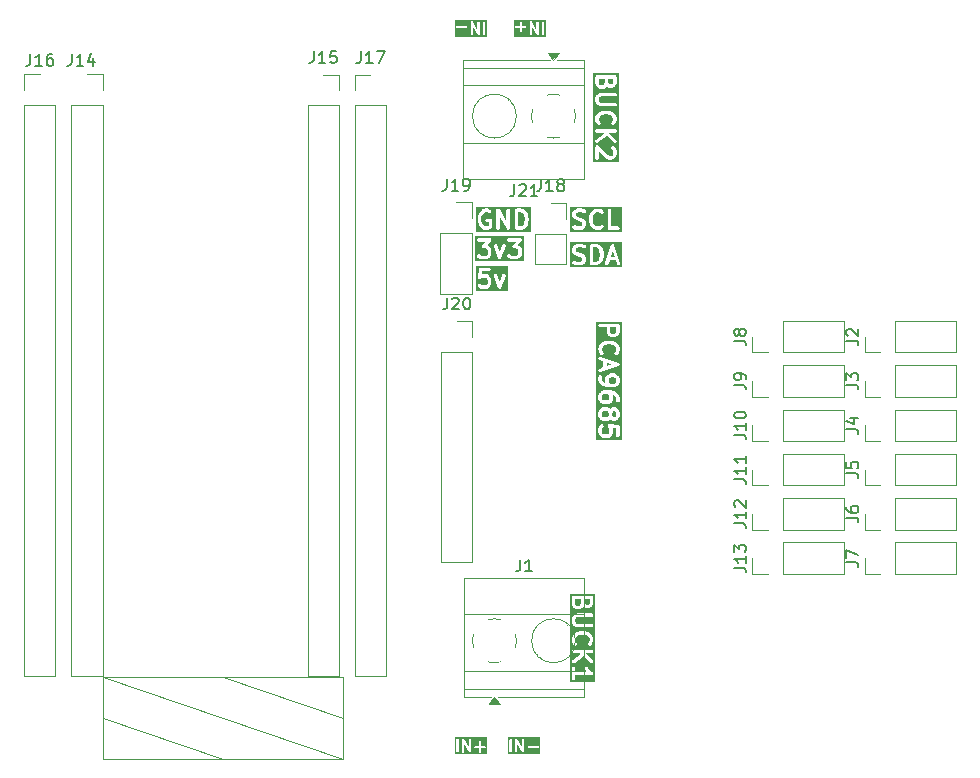
<source format=gbr>
%TF.GenerationSoftware,KiCad,Pcbnew,9.0.0*%
%TF.CreationDate,2025-03-26T16:26:24-04:00*%
%TF.ProjectId,spotmicro20mm,73706f74-6d69-4637-926f-32306d6d2e6b,rev?*%
%TF.SameCoordinates,Original*%
%TF.FileFunction,Legend,Top*%
%TF.FilePolarity,Positive*%
%FSLAX46Y46*%
G04 Gerber Fmt 4.6, Leading zero omitted, Abs format (unit mm)*
G04 Created by KiCad (PCBNEW 9.0.0) date 2025-03-26 16:26:24*
%MOMM*%
%LPD*%
G01*
G04 APERTURE LIST*
%ADD10C,0.100000*%
%ADD11C,0.300000*%
%ADD12C,0.200000*%
%ADD13C,0.150000*%
%ADD14C,0.120000*%
G04 APERTURE END LIST*
D10*
X89830000Y-113090000D02*
X110170000Y-120000000D01*
X100000000Y-113090000D02*
X110170000Y-116545000D01*
X89830000Y-116545000D02*
X100000000Y-120000000D01*
X89830000Y-113090000D02*
X110170000Y-113090000D01*
X110170000Y-120000000D01*
X89830000Y-120000000D01*
X89830000Y-113090000D01*
D11*
G36*
X131723482Y-76753361D02*
G01*
X131824089Y-76853968D01*
X131877268Y-76960327D01*
X131940224Y-77212148D01*
X131940224Y-77389507D01*
X131877268Y-77641328D01*
X131824089Y-77747688D01*
X131723483Y-77848294D01*
X131565881Y-77900828D01*
X131383081Y-77900828D01*
X131383081Y-76700828D01*
X131565884Y-76700828D01*
X131723482Y-76753361D01*
G37*
G36*
X133167826Y-77472257D02*
G01*
X132869767Y-77472257D01*
X133018796Y-77025169D01*
X133167826Y-77472257D01*
G37*
G36*
X133834286Y-78367495D02*
G01*
X129416415Y-78367495D01*
X129416415Y-76836542D01*
X129583082Y-76836542D01*
X129583082Y-76979400D01*
X129585964Y-77008664D01*
X129588026Y-77013642D01*
X129588408Y-77019018D01*
X129598918Y-77046482D01*
X129670346Y-77189339D01*
X129678274Y-77201934D01*
X129679790Y-77205593D01*
X129683169Y-77209710D01*
X129686011Y-77214225D01*
X129689005Y-77216821D01*
X129698445Y-77228324D01*
X129769874Y-77299752D01*
X129781374Y-77309190D01*
X129783971Y-77312184D01*
X129788483Y-77315024D01*
X129792604Y-77318406D01*
X129796263Y-77319921D01*
X129808857Y-77327849D01*
X129951713Y-77399278D01*
X129953855Y-77400097D01*
X129954725Y-77400742D01*
X129966996Y-77405126D01*
X129979177Y-77409787D01*
X129980257Y-77409863D01*
X129982416Y-77410635D01*
X130252154Y-77478069D01*
X130358513Y-77531248D01*
X130395517Y-77568253D01*
X130440225Y-77657667D01*
X130440225Y-77729703D01*
X130395517Y-77819117D01*
X130358514Y-77856121D01*
X130269101Y-77900828D01*
X129971711Y-77900828D01*
X129780516Y-77837097D01*
X129751842Y-77830577D01*
X129693462Y-77834727D01*
X129641115Y-77860901D01*
X129602767Y-77905115D01*
X129584259Y-77960640D01*
X129588409Y-78019020D01*
X129614583Y-78071367D01*
X129658797Y-78109715D01*
X129685648Y-78121703D01*
X129899934Y-78193131D01*
X129914446Y-78196430D01*
X129918104Y-78197946D01*
X129923406Y-78198468D01*
X129928608Y-78199651D01*
X129932562Y-78199369D01*
X129947368Y-78200828D01*
X130304510Y-78200828D01*
X130333774Y-78197946D01*
X130338752Y-78195883D01*
X130344128Y-78195502D01*
X130371591Y-78184992D01*
X130514450Y-78113564D01*
X130527044Y-78105635D01*
X130530704Y-78104120D01*
X130534824Y-78100738D01*
X130539335Y-78097899D01*
X130541929Y-78094907D01*
X130553435Y-78085465D01*
X130624863Y-78014036D01*
X130634301Y-78002535D01*
X130637295Y-77999939D01*
X130640135Y-77995426D01*
X130643517Y-77991306D01*
X130645032Y-77987646D01*
X130652960Y-77975053D01*
X130724389Y-77832197D01*
X130734898Y-77804733D01*
X130735279Y-77799358D01*
X130737343Y-77794378D01*
X130740225Y-77765114D01*
X130740225Y-77622257D01*
X130737343Y-77592993D01*
X130735279Y-77588012D01*
X130734898Y-77582638D01*
X130724389Y-77555174D01*
X130652960Y-77412318D01*
X130645032Y-77399724D01*
X130643517Y-77396065D01*
X130640135Y-77391944D01*
X130637295Y-77387432D01*
X130634301Y-77384835D01*
X130624863Y-77373335D01*
X130553435Y-77301906D01*
X130541932Y-77292466D01*
X130539336Y-77289472D01*
X130534821Y-77286630D01*
X130530704Y-77283251D01*
X130527045Y-77281735D01*
X130514450Y-77273807D01*
X130371592Y-77202378D01*
X130369451Y-77201558D01*
X130368581Y-77200914D01*
X130356325Y-77196535D01*
X130344129Y-77191868D01*
X130343045Y-77191791D01*
X130340890Y-77191021D01*
X130071152Y-77123586D01*
X129964792Y-77070406D01*
X129927787Y-77033401D01*
X129883082Y-76943990D01*
X129883082Y-76871951D01*
X129927787Y-76782540D01*
X129964792Y-76745535D01*
X130054206Y-76700828D01*
X130351599Y-76700828D01*
X130542790Y-76764559D01*
X130571464Y-76771079D01*
X130629844Y-76766930D01*
X130682191Y-76740756D01*
X130720539Y-76696542D01*
X130739047Y-76641018D01*
X130734898Y-76582638D01*
X130718993Y-76550828D01*
X131083081Y-76550828D01*
X131083081Y-78050828D01*
X131085963Y-78080092D01*
X131108361Y-78134164D01*
X131149745Y-78175548D01*
X131203817Y-78197946D01*
X131233081Y-78200828D01*
X131590224Y-78200828D01*
X131605029Y-78199369D01*
X131608984Y-78199651D01*
X131614185Y-78198468D01*
X131619488Y-78197946D01*
X131623145Y-78196430D01*
X131637658Y-78193131D01*
X131851944Y-78121703D01*
X131878795Y-78109715D01*
X131882866Y-78106183D01*
X131887846Y-78104121D01*
X131910576Y-78085466D01*
X131963975Y-78032067D01*
X132369974Y-78032067D01*
X132374123Y-78090448D01*
X132400297Y-78142795D01*
X132444511Y-78181142D01*
X132500035Y-78199650D01*
X132558416Y-78195501D01*
X132610763Y-78169327D01*
X132649110Y-78125113D01*
X132661098Y-78098262D01*
X132769767Y-77772257D01*
X133267826Y-77772257D01*
X133376494Y-78098262D01*
X133388482Y-78125113D01*
X133426829Y-78169328D01*
X133479177Y-78195501D01*
X133537557Y-78199651D01*
X133593081Y-78181142D01*
X133637295Y-78142795D01*
X133663469Y-78090448D01*
X133667619Y-78032068D01*
X133661099Y-78003394D01*
X133161098Y-76503394D01*
X133149110Y-76476543D01*
X133142087Y-76468446D01*
X133137295Y-76458861D01*
X133123086Y-76446537D01*
X133110763Y-76432329D01*
X133101177Y-76427536D01*
X133093081Y-76420514D01*
X133075237Y-76414565D01*
X133058416Y-76406155D01*
X133047727Y-76405395D01*
X133037557Y-76402005D01*
X133018791Y-76403338D01*
X133000035Y-76402006D01*
X132989867Y-76405395D01*
X132979177Y-76406155D01*
X132962353Y-76414566D01*
X132944511Y-76420514D01*
X132936416Y-76427534D01*
X132926829Y-76432328D01*
X132914503Y-76446539D01*
X132900297Y-76458861D01*
X132895504Y-76468445D01*
X132888482Y-76476543D01*
X132876494Y-76503394D01*
X132376494Y-78003394D01*
X132369974Y-78032067D01*
X131963975Y-78032067D01*
X132053433Y-77942608D01*
X132062871Y-77931106D01*
X132065866Y-77928510D01*
X132068706Y-77923996D01*
X132072088Y-77919877D01*
X132073603Y-77916217D01*
X132081531Y-77903624D01*
X132152960Y-77760768D01*
X132153779Y-77758625D01*
X132154424Y-77757756D01*
X132158808Y-77745484D01*
X132163469Y-77733304D01*
X132163545Y-77732223D01*
X132164317Y-77730065D01*
X132235745Y-77444351D01*
X132236494Y-77439279D01*
X132237342Y-77437235D01*
X132238427Y-77426212D01*
X132240047Y-77415262D01*
X132239721Y-77413074D01*
X132240224Y-77407971D01*
X132240224Y-77193685D01*
X132239721Y-77188581D01*
X132240047Y-77186394D01*
X132238427Y-77175443D01*
X132237342Y-77164421D01*
X132236494Y-77162376D01*
X132235745Y-77157305D01*
X132164317Y-76871591D01*
X132163545Y-76869432D01*
X132163469Y-76868352D01*
X132158808Y-76856171D01*
X132154424Y-76843900D01*
X132153779Y-76843030D01*
X132152960Y-76840888D01*
X132081531Y-76698032D01*
X132073604Y-76685440D01*
X132072088Y-76681778D01*
X132068704Y-76677655D01*
X132065866Y-76673146D01*
X132062873Y-76670550D01*
X132053433Y-76659048D01*
X131910576Y-76516191D01*
X131887845Y-76497536D01*
X131882865Y-76495473D01*
X131878795Y-76491943D01*
X131851944Y-76479954D01*
X131637658Y-76408526D01*
X131623150Y-76405227D01*
X131619488Y-76403710D01*
X131614179Y-76403187D01*
X131608985Y-76402006D01*
X131605035Y-76402286D01*
X131590224Y-76400828D01*
X131233081Y-76400828D01*
X131203817Y-76403710D01*
X131149745Y-76426108D01*
X131108361Y-76467492D01*
X131085963Y-76521564D01*
X131083081Y-76550828D01*
X130718993Y-76550828D01*
X130708724Y-76530290D01*
X130664510Y-76491943D01*
X130637659Y-76479954D01*
X130423373Y-76408526D01*
X130408865Y-76405227D01*
X130405203Y-76403710D01*
X130399894Y-76403187D01*
X130394700Y-76402006D01*
X130390750Y-76402286D01*
X130375939Y-76400828D01*
X130018796Y-76400828D01*
X129989532Y-76403710D01*
X129984551Y-76405773D01*
X129979177Y-76406155D01*
X129951713Y-76416664D01*
X129808857Y-76488093D01*
X129796263Y-76496020D01*
X129792604Y-76497536D01*
X129788483Y-76500917D01*
X129783971Y-76503758D01*
X129781374Y-76506751D01*
X129769874Y-76516190D01*
X129698445Y-76587618D01*
X129689005Y-76599120D01*
X129686011Y-76601717D01*
X129683169Y-76606231D01*
X129679790Y-76610349D01*
X129678274Y-76614007D01*
X129670346Y-76626603D01*
X129598918Y-76769460D01*
X129588408Y-76796924D01*
X129588026Y-76802299D01*
X129585964Y-76807278D01*
X129583082Y-76836542D01*
X129416415Y-76836542D01*
X129416415Y-76234161D01*
X133834286Y-76234161D01*
X133834286Y-78367495D01*
G37*
G36*
X132574601Y-90570643D02*
G01*
X132611606Y-90607648D01*
X132656314Y-90697062D01*
X132656314Y-90911956D01*
X132611607Y-91001370D01*
X132574603Y-91038373D01*
X132485190Y-91083081D01*
X132270295Y-91083081D01*
X132180882Y-91038374D01*
X132143878Y-91001370D01*
X132099171Y-90911956D01*
X132099171Y-90697062D01*
X132143878Y-90607647D01*
X132180882Y-90570643D01*
X132270295Y-90525938D01*
X132485190Y-90525938D01*
X132574601Y-90570643D01*
G37*
G36*
X133217458Y-90570643D02*
G01*
X133254463Y-90607648D01*
X133299171Y-90697062D01*
X133299171Y-90911956D01*
X133254464Y-91001370D01*
X133217460Y-91038373D01*
X133128047Y-91083081D01*
X133127438Y-91083081D01*
X133038024Y-91038373D01*
X133001020Y-91001370D01*
X132956314Y-90911957D01*
X132956314Y-90697061D01*
X133001019Y-90607649D01*
X133038024Y-90570644D01*
X133127438Y-90525938D01*
X133128047Y-90525938D01*
X133217458Y-90570643D01*
G37*
G36*
X132646030Y-89142072D02*
G01*
X132683035Y-89179077D01*
X132727742Y-89268490D01*
X132727742Y-89483385D01*
X132683036Y-89572797D01*
X132646032Y-89609802D01*
X132556618Y-89654510D01*
X132270295Y-89654510D01*
X132180882Y-89609803D01*
X132143878Y-89572799D01*
X132099171Y-89483385D01*
X132099171Y-89268491D01*
X132143878Y-89179076D01*
X132180882Y-89142072D01*
X132270295Y-89097367D01*
X132556618Y-89097367D01*
X132646030Y-89142072D01*
G37*
G36*
X133217458Y-87713501D02*
G01*
X133254463Y-87750506D01*
X133299171Y-87839920D01*
X133299171Y-88054814D01*
X133254464Y-88144228D01*
X133217460Y-88181231D01*
X133128047Y-88225939D01*
X132841724Y-88225939D01*
X132752310Y-88181231D01*
X132715306Y-88144228D01*
X132670600Y-88054815D01*
X132670600Y-87839919D01*
X132715305Y-87750507D01*
X132752310Y-87713502D01*
X132841724Y-87668796D01*
X133128047Y-87668796D01*
X133217458Y-87713501D01*
G37*
G36*
X132974828Y-86590225D02*
G01*
X132527742Y-86739254D01*
X132527742Y-86441195D01*
X132974828Y-86590225D01*
G37*
G36*
X133299171Y-83840528D02*
G01*
X133254463Y-83929942D01*
X133217458Y-83966947D01*
X133128047Y-84011653D01*
X132984581Y-84011653D01*
X132895167Y-83966946D01*
X132858162Y-83929941D01*
X132813457Y-83840529D01*
X132813457Y-83454510D01*
X133299171Y-83454510D01*
X133299171Y-83840528D01*
G37*
G36*
X133765838Y-92978319D02*
G01*
X131632504Y-92978319D01*
X131632504Y-92018795D01*
X131799171Y-92018795D01*
X131799171Y-92375937D01*
X131802053Y-92405201D01*
X131804114Y-92410178D01*
X131804497Y-92415556D01*
X131815007Y-92443019D01*
X131886436Y-92585877D01*
X131894363Y-92598470D01*
X131895879Y-92602130D01*
X131899260Y-92606249D01*
X131902101Y-92610763D01*
X131905094Y-92613359D01*
X131914534Y-92624861D01*
X131985962Y-92696289D01*
X131997464Y-92705729D01*
X132000060Y-92708722D01*
X132004569Y-92711560D01*
X132008692Y-92714944D01*
X132012354Y-92716460D01*
X132024946Y-92724387D01*
X132167802Y-92795816D01*
X132195266Y-92806325D01*
X132200640Y-92806706D01*
X132205621Y-92808770D01*
X132234885Y-92811652D01*
X132592028Y-92811652D01*
X132621292Y-92808770D01*
X132626272Y-92806706D01*
X132631647Y-92806325D01*
X132659110Y-92795816D01*
X132801967Y-92724387D01*
X132814562Y-92716458D01*
X132818219Y-92714944D01*
X132822336Y-92711564D01*
X132826853Y-92708722D01*
X132829450Y-92705727D01*
X132840950Y-92696290D01*
X132912379Y-92624862D01*
X132921818Y-92613359D01*
X132924814Y-92610762D01*
X132927655Y-92606247D01*
X132931034Y-92602131D01*
X132932549Y-92598472D01*
X132940478Y-92585876D01*
X133011907Y-92443018D01*
X133022416Y-92415555D01*
X133022797Y-92410179D01*
X133024860Y-92405201D01*
X133027742Y-92375937D01*
X133027742Y-92018795D01*
X133024860Y-91989531D01*
X133022797Y-91984552D01*
X133022761Y-91984044D01*
X133299171Y-92011685D01*
X133299171Y-92590223D01*
X133302053Y-92619487D01*
X133324451Y-92673559D01*
X133365835Y-92714943D01*
X133419907Y-92737341D01*
X133478435Y-92737341D01*
X133532507Y-92714943D01*
X133573891Y-92673559D01*
X133596289Y-92619487D01*
X133599171Y-92590223D01*
X133599171Y-91875937D01*
X133598104Y-91865110D01*
X133598470Y-91861457D01*
X133597393Y-91857889D01*
X133596289Y-91846673D01*
X133587895Y-91826410D01*
X133581564Y-91805425D01*
X133576782Y-91799580D01*
X133573891Y-91792601D01*
X133558385Y-91777095D01*
X133544503Y-91760128D01*
X133537847Y-91756557D01*
X133532507Y-91751217D01*
X133512249Y-91742825D01*
X133492928Y-91732461D01*
X133481880Y-91730246D01*
X133478435Y-91728819D01*
X133474761Y-91728819D01*
X133464096Y-91726681D01*
X132749810Y-91655253D01*
X132720405Y-91655209D01*
X132713174Y-91657391D01*
X132705621Y-91657391D01*
X132685361Y-91665782D01*
X132664373Y-91672116D01*
X132658528Y-91676897D01*
X132651549Y-91679789D01*
X132636045Y-91695293D01*
X132619076Y-91709177D01*
X132615504Y-91715833D01*
X132610164Y-91721175D01*
X132601774Y-91741429D01*
X132591409Y-91760752D01*
X132590657Y-91768269D01*
X132587767Y-91775247D01*
X132587767Y-91797170D01*
X132585585Y-91818989D01*
X132587767Y-91826220D01*
X132587767Y-91833773D01*
X132596158Y-91854032D01*
X132602492Y-91875021D01*
X132607273Y-91880865D01*
X132610165Y-91887845D01*
X132628820Y-91910576D01*
X132683036Y-91964792D01*
X132727742Y-92054204D01*
X132727742Y-92340527D01*
X132683036Y-92429939D01*
X132646032Y-92466944D01*
X132556618Y-92511652D01*
X132270295Y-92511652D01*
X132180882Y-92466945D01*
X132143878Y-92429941D01*
X132099171Y-92340527D01*
X132099171Y-92054205D01*
X132143878Y-91964791D01*
X132198094Y-91910575D01*
X132216749Y-91887845D01*
X132239145Y-91833772D01*
X132239145Y-91775246D01*
X132216749Y-91721174D01*
X132175363Y-91679788D01*
X132121291Y-91657392D01*
X132062765Y-91657392D01*
X132008692Y-91679788D01*
X131985962Y-91698443D01*
X131914534Y-91769871D01*
X131905094Y-91781372D01*
X131902101Y-91783969D01*
X131899260Y-91788482D01*
X131895879Y-91792602D01*
X131894363Y-91796261D01*
X131886436Y-91808855D01*
X131815007Y-91951713D01*
X131804497Y-91979176D01*
X131804114Y-91984553D01*
X131802053Y-91989531D01*
X131799171Y-92018795D01*
X131632504Y-92018795D01*
X131632504Y-90661652D01*
X131799171Y-90661652D01*
X131799171Y-90947366D01*
X131802053Y-90976630D01*
X131804114Y-90981607D01*
X131804497Y-90986985D01*
X131815007Y-91014448D01*
X131886436Y-91157306D01*
X131894363Y-91169899D01*
X131895879Y-91173559D01*
X131899260Y-91177678D01*
X131902101Y-91182192D01*
X131905094Y-91184788D01*
X131914534Y-91196290D01*
X131985962Y-91267718D01*
X131997464Y-91277158D01*
X132000060Y-91280151D01*
X132004569Y-91282989D01*
X132008692Y-91286373D01*
X132012354Y-91287889D01*
X132024946Y-91295816D01*
X132167802Y-91367245D01*
X132195266Y-91377754D01*
X132200640Y-91378135D01*
X132205621Y-91380199D01*
X132234885Y-91383081D01*
X132520600Y-91383081D01*
X132549864Y-91380199D01*
X132554844Y-91378135D01*
X132560219Y-91377754D01*
X132587682Y-91367245D01*
X132730539Y-91295816D01*
X132743132Y-91287888D01*
X132746792Y-91286373D01*
X132750911Y-91282991D01*
X132755425Y-91280151D01*
X132758021Y-91277157D01*
X132769523Y-91267718D01*
X132806313Y-91230927D01*
X132843106Y-91267719D01*
X132854606Y-91277157D01*
X132857203Y-91280151D01*
X132861715Y-91282991D01*
X132865836Y-91286373D01*
X132869495Y-91287888D01*
X132882089Y-91295816D01*
X133024945Y-91367245D01*
X133052409Y-91377754D01*
X133057783Y-91378135D01*
X133062764Y-91380199D01*
X133092028Y-91383081D01*
X133163457Y-91383081D01*
X133192721Y-91380199D01*
X133197701Y-91378135D01*
X133203076Y-91377754D01*
X133230539Y-91367245D01*
X133373396Y-91295816D01*
X133385989Y-91287888D01*
X133389649Y-91286373D01*
X133393768Y-91282991D01*
X133398282Y-91280151D01*
X133400878Y-91277157D01*
X133412380Y-91267718D01*
X133483808Y-91196290D01*
X133493248Y-91184787D01*
X133496241Y-91182192D01*
X133499079Y-91177682D01*
X133502463Y-91173560D01*
X133503979Y-91169897D01*
X133511906Y-91157306D01*
X133583335Y-91014448D01*
X133593845Y-90986985D01*
X133594227Y-90981607D01*
X133596289Y-90976630D01*
X133599171Y-90947366D01*
X133599171Y-90661652D01*
X133596289Y-90632388D01*
X133594225Y-90627407D01*
X133593844Y-90622033D01*
X133583335Y-90594569D01*
X133511906Y-90451713D01*
X133503978Y-90439119D01*
X133502463Y-90435460D01*
X133499081Y-90431339D01*
X133496241Y-90426827D01*
X133493247Y-90424230D01*
X133483809Y-90412730D01*
X133412381Y-90341301D01*
X133400878Y-90331861D01*
X133398282Y-90328867D01*
X133393767Y-90326025D01*
X133389650Y-90322646D01*
X133385991Y-90321130D01*
X133373396Y-90313202D01*
X133230539Y-90241774D01*
X133203075Y-90231264D01*
X133197699Y-90230882D01*
X133192721Y-90228820D01*
X133163457Y-90225938D01*
X133092028Y-90225938D01*
X133062764Y-90228820D01*
X133057785Y-90230882D01*
X133052410Y-90231264D01*
X133024947Y-90241774D01*
X132882089Y-90313202D01*
X132869497Y-90321128D01*
X132865836Y-90322645D01*
X132861713Y-90326028D01*
X132857204Y-90328867D01*
X132854609Y-90331858D01*
X132843105Y-90341300D01*
X132806313Y-90378091D01*
X132769524Y-90341301D01*
X132758021Y-90331861D01*
X132755425Y-90328867D01*
X132750910Y-90326025D01*
X132746793Y-90322646D01*
X132743134Y-90321130D01*
X132730539Y-90313202D01*
X132587682Y-90241774D01*
X132560218Y-90231264D01*
X132554842Y-90230882D01*
X132549864Y-90228820D01*
X132520600Y-90225938D01*
X132234885Y-90225938D01*
X132205621Y-90228820D01*
X132200642Y-90230882D01*
X132195267Y-90231264D01*
X132167804Y-90241774D01*
X132024946Y-90313202D01*
X132012351Y-90321130D01*
X132008692Y-90322646D01*
X132004571Y-90326027D01*
X132000061Y-90328867D01*
X131997466Y-90331858D01*
X131985961Y-90341301D01*
X131914533Y-90412730D01*
X131905095Y-90424229D01*
X131902101Y-90426827D01*
X131899258Y-90431343D01*
X131895879Y-90435461D01*
X131894364Y-90439117D01*
X131886436Y-90451713D01*
X131815007Y-90594570D01*
X131804498Y-90622033D01*
X131804116Y-90627407D01*
X131802053Y-90632388D01*
X131799171Y-90661652D01*
X131632504Y-90661652D01*
X131632504Y-89233081D01*
X131799171Y-89233081D01*
X131799171Y-89518795D01*
X131802053Y-89548059D01*
X131804114Y-89553036D01*
X131804497Y-89558414D01*
X131815007Y-89585877D01*
X131886436Y-89728735D01*
X131894363Y-89741328D01*
X131895879Y-89744988D01*
X131899260Y-89749107D01*
X131902101Y-89753621D01*
X131905094Y-89756217D01*
X131914534Y-89767719D01*
X131985962Y-89839147D01*
X131997464Y-89848587D01*
X132000060Y-89851580D01*
X132004569Y-89854418D01*
X132008692Y-89857802D01*
X132012354Y-89859318D01*
X132024946Y-89867245D01*
X132167802Y-89938674D01*
X132195266Y-89949183D01*
X132200640Y-89949564D01*
X132205621Y-89951628D01*
X132234885Y-89954510D01*
X132592028Y-89954510D01*
X132621292Y-89951628D01*
X132626272Y-89949564D01*
X132631647Y-89949183D01*
X132659110Y-89938674D01*
X132801967Y-89867245D01*
X132814562Y-89859316D01*
X132818219Y-89857802D01*
X132822336Y-89854422D01*
X132826853Y-89851580D01*
X132829450Y-89848585D01*
X132840950Y-89839148D01*
X132912379Y-89767720D01*
X132921818Y-89756217D01*
X132924814Y-89753620D01*
X132927655Y-89749105D01*
X132931034Y-89744989D01*
X132932549Y-89741330D01*
X132940478Y-89728734D01*
X133011907Y-89585876D01*
X133022416Y-89558413D01*
X133022797Y-89553037D01*
X133024860Y-89548059D01*
X133027742Y-89518795D01*
X133027742Y-89233081D01*
X133024860Y-89203817D01*
X133022797Y-89198838D01*
X133022416Y-89193463D01*
X133011906Y-89166000D01*
X133004695Y-89151577D01*
X133030441Y-89158014D01*
X133210748Y-89278219D01*
X133254464Y-89321935D01*
X133299171Y-89411348D01*
X133299171Y-89661653D01*
X133302053Y-89690917D01*
X133324451Y-89744989D01*
X133365835Y-89786373D01*
X133419907Y-89808771D01*
X133478435Y-89808771D01*
X133532507Y-89786373D01*
X133573891Y-89744989D01*
X133596289Y-89690917D01*
X133599171Y-89661653D01*
X133599171Y-89375938D01*
X133596289Y-89346674D01*
X133594225Y-89341693D01*
X133593844Y-89336319D01*
X133583335Y-89308855D01*
X133511906Y-89165999D01*
X133503979Y-89153407D01*
X133502463Y-89149745D01*
X133499079Y-89145622D01*
X133496241Y-89141113D01*
X133493248Y-89138517D01*
X133483808Y-89127015D01*
X133412380Y-89055587D01*
X133412300Y-89055522D01*
X133412270Y-89055476D01*
X133400884Y-89046153D01*
X133389649Y-89036932D01*
X133389598Y-89036911D01*
X133389519Y-89036846D01*
X133175233Y-88893988D01*
X133159077Y-88885373D01*
X133156099Y-88883167D01*
X133152582Y-88881910D01*
X133149286Y-88880153D01*
X133145648Y-88879433D01*
X133128408Y-88873274D01*
X132842694Y-88801846D01*
X132837622Y-88801096D01*
X132835578Y-88800249D01*
X132824555Y-88799163D01*
X132813605Y-88797544D01*
X132811417Y-88797869D01*
X132806314Y-88797367D01*
X132234885Y-88797367D01*
X132205621Y-88800249D01*
X132200642Y-88802311D01*
X132195267Y-88802693D01*
X132167804Y-88813203D01*
X132024946Y-88884631D01*
X132012351Y-88892559D01*
X132008692Y-88894075D01*
X132004571Y-88897456D01*
X132000061Y-88900296D01*
X131997466Y-88903287D01*
X131985961Y-88912730D01*
X131914533Y-88984159D01*
X131905095Y-88995658D01*
X131902101Y-88998256D01*
X131899258Y-89002772D01*
X131895879Y-89006890D01*
X131894364Y-89010546D01*
X131886436Y-89023142D01*
X131815007Y-89165999D01*
X131804498Y-89193462D01*
X131804116Y-89198836D01*
X131802053Y-89203817D01*
X131799171Y-89233081D01*
X131632504Y-89233081D01*
X131632504Y-87661653D01*
X131799171Y-87661653D01*
X131799171Y-87947367D01*
X131802053Y-87976631D01*
X131804116Y-87981611D01*
X131804498Y-87986986D01*
X131815007Y-88014449D01*
X131886436Y-88157306D01*
X131894364Y-88169901D01*
X131895879Y-88173558D01*
X131899258Y-88177675D01*
X131902101Y-88182192D01*
X131905095Y-88184789D01*
X131914533Y-88196289D01*
X131985961Y-88267718D01*
X131986043Y-88267785D01*
X131986073Y-88267830D01*
X131997612Y-88277280D01*
X132008692Y-88286373D01*
X132008739Y-88286392D01*
X132008823Y-88286461D01*
X132223109Y-88429318D01*
X132239264Y-88437931D01*
X132242242Y-88440138D01*
X132245758Y-88441394D01*
X132249057Y-88443153D01*
X132252695Y-88443872D01*
X132269933Y-88450031D01*
X132555647Y-88521460D01*
X132560719Y-88522210D01*
X132562764Y-88523057D01*
X132573783Y-88524142D01*
X132584736Y-88525762D01*
X132586924Y-88525436D01*
X132592028Y-88525939D01*
X133163457Y-88525939D01*
X133192721Y-88523057D01*
X133197701Y-88520993D01*
X133203076Y-88520612D01*
X133230539Y-88510103D01*
X133373396Y-88438674D01*
X133385989Y-88430746D01*
X133389649Y-88429231D01*
X133393768Y-88425849D01*
X133398282Y-88423009D01*
X133400878Y-88420015D01*
X133412380Y-88410576D01*
X133483808Y-88339148D01*
X133493248Y-88327645D01*
X133496241Y-88325050D01*
X133499079Y-88320540D01*
X133502463Y-88316418D01*
X133503979Y-88312755D01*
X133511906Y-88300164D01*
X133583335Y-88157306D01*
X133593845Y-88129843D01*
X133594227Y-88124465D01*
X133596289Y-88119488D01*
X133599171Y-88090224D01*
X133599171Y-87804510D01*
X133596289Y-87775246D01*
X133594225Y-87770265D01*
X133593844Y-87764891D01*
X133583335Y-87737427D01*
X133511906Y-87594571D01*
X133503978Y-87581977D01*
X133502463Y-87578318D01*
X133499081Y-87574197D01*
X133496241Y-87569685D01*
X133493247Y-87567088D01*
X133483809Y-87555588D01*
X133412381Y-87484159D01*
X133400878Y-87474719D01*
X133398282Y-87471725D01*
X133393767Y-87468883D01*
X133389650Y-87465504D01*
X133385991Y-87463988D01*
X133373396Y-87456060D01*
X133230539Y-87384632D01*
X133203075Y-87374122D01*
X133197699Y-87373740D01*
X133192721Y-87371678D01*
X133163457Y-87368796D01*
X132806314Y-87368796D01*
X132777050Y-87371678D01*
X132772071Y-87373740D01*
X132766696Y-87374122D01*
X132739233Y-87384632D01*
X132596375Y-87456060D01*
X132583783Y-87463986D01*
X132580122Y-87465503D01*
X132575999Y-87468886D01*
X132571490Y-87471725D01*
X132568895Y-87474716D01*
X132557391Y-87484158D01*
X132485962Y-87555587D01*
X132476522Y-87567088D01*
X132473529Y-87569685D01*
X132470688Y-87574198D01*
X132467307Y-87578318D01*
X132465791Y-87581977D01*
X132457864Y-87594571D01*
X132386436Y-87737428D01*
X132375926Y-87764892D01*
X132375544Y-87770267D01*
X132373482Y-87775246D01*
X132370600Y-87804510D01*
X132370600Y-88090224D01*
X132373482Y-88119488D01*
X132375544Y-88124466D01*
X132375926Y-88129842D01*
X132386436Y-88157305D01*
X132393646Y-88171727D01*
X132367900Y-88165290D01*
X132187590Y-88045083D01*
X132143878Y-88001371D01*
X132099171Y-87911956D01*
X132099171Y-87661653D01*
X132096289Y-87632389D01*
X132073891Y-87578317D01*
X132032507Y-87536933D01*
X131978435Y-87514535D01*
X131919907Y-87514535D01*
X131865835Y-87536933D01*
X131824451Y-87578317D01*
X131802053Y-87632389D01*
X131799171Y-87661653D01*
X131632504Y-87661653D01*
X131632504Y-86071464D01*
X131800349Y-86071464D01*
X131804498Y-86129845D01*
X131830672Y-86182192D01*
X131874886Y-86220539D01*
X131901737Y-86232527D01*
X132227742Y-86341195D01*
X132227742Y-86839254D01*
X131901737Y-86947923D01*
X131874886Y-86959911D01*
X131830672Y-86998258D01*
X131804498Y-87050605D01*
X131800349Y-87108986D01*
X131818857Y-87164510D01*
X131857204Y-87208724D01*
X131909551Y-87234898D01*
X131967932Y-87239047D01*
X131996605Y-87232527D01*
X133496605Y-86732527D01*
X133523456Y-86720539D01*
X133531553Y-86713516D01*
X133541138Y-86708724D01*
X133553459Y-86694517D01*
X133567671Y-86682192D01*
X133572464Y-86672604D01*
X133579485Y-86664510D01*
X133585433Y-86646665D01*
X133593844Y-86629844D01*
X133594603Y-86619156D01*
X133597994Y-86608986D01*
X133596660Y-86590225D01*
X133597994Y-86571464D01*
X133594603Y-86561293D01*
X133593844Y-86550606D01*
X133585433Y-86533784D01*
X133579485Y-86515940D01*
X133572464Y-86507845D01*
X133567671Y-86498258D01*
X133553459Y-86485932D01*
X133541138Y-86471726D01*
X133531553Y-86466933D01*
X133523456Y-86459911D01*
X133496605Y-86447923D01*
X131996605Y-85947923D01*
X131967932Y-85941403D01*
X131909551Y-85945552D01*
X131857204Y-85971726D01*
X131818857Y-86015940D01*
X131800349Y-86071464D01*
X131632504Y-86071464D01*
X131632504Y-85233082D01*
X131799171Y-85233082D01*
X131799171Y-85375939D01*
X131800629Y-85390750D01*
X131800349Y-85394700D01*
X131801530Y-85399894D01*
X131802053Y-85405203D01*
X131803570Y-85408865D01*
X131806869Y-85423373D01*
X131878297Y-85637659D01*
X131890286Y-85664510D01*
X131893816Y-85668580D01*
X131895879Y-85673560D01*
X131914534Y-85696291D01*
X131985962Y-85767719D01*
X132008692Y-85786374D01*
X132062765Y-85808770D01*
X132121291Y-85808770D01*
X132175363Y-85786374D01*
X132216749Y-85744988D01*
X132239145Y-85690916D01*
X132239145Y-85632390D01*
X132216749Y-85578317D01*
X132198094Y-85555587D01*
X132151704Y-85509197D01*
X132099171Y-85351598D01*
X132099171Y-85257422D01*
X132151704Y-85099823D01*
X132252311Y-84999216D01*
X132358670Y-84946037D01*
X132610492Y-84883082D01*
X132787850Y-84883082D01*
X133039671Y-84946036D01*
X133146031Y-84999217D01*
X133246637Y-85099823D01*
X133299171Y-85257424D01*
X133299171Y-85351596D01*
X133246637Y-85509197D01*
X133200248Y-85555587D01*
X133181593Y-85578318D01*
X133159196Y-85632390D01*
X133159196Y-85690916D01*
X133181593Y-85744988D01*
X133222979Y-85786374D01*
X133277051Y-85808771D01*
X133335577Y-85808771D01*
X133389649Y-85786374D01*
X133412380Y-85767719D01*
X133483808Y-85696291D01*
X133502463Y-85673561D01*
X133504526Y-85668580D01*
X133508056Y-85664510D01*
X133520044Y-85637659D01*
X133591473Y-85423374D01*
X133594772Y-85408864D01*
X133596289Y-85405203D01*
X133596811Y-85399894D01*
X133597993Y-85394700D01*
X133597712Y-85390750D01*
X133599171Y-85375939D01*
X133599171Y-85233082D01*
X133597712Y-85218270D01*
X133597993Y-85214321D01*
X133596811Y-85209126D01*
X133596289Y-85203818D01*
X133594772Y-85200156D01*
X133591473Y-85185647D01*
X133520044Y-84971362D01*
X133508056Y-84944511D01*
X133504526Y-84940441D01*
X133502463Y-84935460D01*
X133483808Y-84912730D01*
X133340951Y-84769873D01*
X133329449Y-84760433D01*
X133326853Y-84757440D01*
X133322339Y-84754599D01*
X133318220Y-84751218D01*
X133314560Y-84749702D01*
X133301967Y-84741775D01*
X133159110Y-84670346D01*
X133156969Y-84669526D01*
X133156099Y-84668882D01*
X133143821Y-84664495D01*
X133131647Y-84659837D01*
X133130566Y-84659760D01*
X133128408Y-84658989D01*
X132842694Y-84587561D01*
X132837622Y-84586811D01*
X132835578Y-84585964D01*
X132824555Y-84584878D01*
X132813605Y-84583259D01*
X132811417Y-84583584D01*
X132806314Y-84583082D01*
X132592028Y-84583082D01*
X132586924Y-84583584D01*
X132584737Y-84583259D01*
X132573786Y-84584878D01*
X132562764Y-84585964D01*
X132560719Y-84586811D01*
X132555648Y-84587561D01*
X132269934Y-84658989D01*
X132267775Y-84659760D01*
X132266695Y-84659837D01*
X132254514Y-84664497D01*
X132242243Y-84668882D01*
X132241373Y-84669526D01*
X132239231Y-84670346D01*
X132096375Y-84741775D01*
X132083783Y-84749701D01*
X132080121Y-84751218D01*
X132075998Y-84754601D01*
X132071489Y-84757440D01*
X132068893Y-84760432D01*
X132057391Y-84769873D01*
X131914534Y-84912730D01*
X131895879Y-84935461D01*
X131893816Y-84940440D01*
X131890286Y-84944511D01*
X131878297Y-84971362D01*
X131806869Y-85185648D01*
X131803570Y-85200155D01*
X131802053Y-85203818D01*
X131801530Y-85209126D01*
X131800349Y-85214321D01*
X131800629Y-85218270D01*
X131799171Y-85233082D01*
X131632504Y-85233082D01*
X131632504Y-83275246D01*
X131802053Y-83275246D01*
X131802053Y-83333774D01*
X131824451Y-83387846D01*
X131865835Y-83429230D01*
X131919907Y-83451628D01*
X131949171Y-83454510D01*
X132513457Y-83454510D01*
X132513457Y-83875939D01*
X132516339Y-83905203D01*
X132518401Y-83910181D01*
X132518783Y-83915557D01*
X132529293Y-83943021D01*
X132600721Y-84085878D01*
X132608648Y-84098471D01*
X132610164Y-84102131D01*
X132613545Y-84106250D01*
X132616386Y-84110764D01*
X132619379Y-84113360D01*
X132628819Y-84124862D01*
X132700248Y-84196291D01*
X132711752Y-84205732D01*
X132714347Y-84208724D01*
X132718856Y-84211562D01*
X132722979Y-84214946D01*
X132726640Y-84216462D01*
X132739232Y-84224389D01*
X132882090Y-84295817D01*
X132909553Y-84306327D01*
X132914928Y-84306708D01*
X132919907Y-84308771D01*
X132949171Y-84311653D01*
X133163457Y-84311653D01*
X133192721Y-84308771D01*
X133197699Y-84306708D01*
X133203075Y-84306327D01*
X133230539Y-84295817D01*
X133373396Y-84224389D01*
X133385991Y-84216460D01*
X133389650Y-84214945D01*
X133393767Y-84211565D01*
X133398282Y-84208724D01*
X133400878Y-84205729D01*
X133412381Y-84196290D01*
X133483809Y-84124861D01*
X133493247Y-84113360D01*
X133496241Y-84110764D01*
X133499081Y-84106251D01*
X133502463Y-84102131D01*
X133503978Y-84098471D01*
X133511906Y-84085878D01*
X133583335Y-83943022D01*
X133593844Y-83915558D01*
X133594225Y-83910183D01*
X133596289Y-83905203D01*
X133599171Y-83875939D01*
X133599171Y-83304510D01*
X133596289Y-83275246D01*
X133573891Y-83221174D01*
X133532507Y-83179790D01*
X133478435Y-83157392D01*
X133449171Y-83154510D01*
X131949171Y-83154510D01*
X131919907Y-83157392D01*
X131865835Y-83179790D01*
X131824451Y-83221174D01*
X131802053Y-83275246D01*
X131632504Y-83275246D01*
X131632504Y-82987843D01*
X133765838Y-82987843D01*
X133765838Y-92978319D01*
G37*
D12*
G36*
X122364577Y-119578086D02*
G01*
X119658562Y-119578086D01*
X119658562Y-118367219D01*
X119769673Y-118367219D01*
X119769673Y-119367219D01*
X119771594Y-119386728D01*
X119786526Y-119422776D01*
X119814116Y-119450366D01*
X119850164Y-119465298D01*
X119889182Y-119465298D01*
X119925230Y-119450366D01*
X119952820Y-119422776D01*
X119967752Y-119386728D01*
X119969673Y-119367219D01*
X119969673Y-118367219D01*
X120245863Y-118367219D01*
X120245863Y-119367219D01*
X120247784Y-119386728D01*
X120262716Y-119422776D01*
X120290306Y-119450366D01*
X120326354Y-119465298D01*
X120365372Y-119465298D01*
X120401420Y-119450366D01*
X120429010Y-119422776D01*
X120443942Y-119386728D01*
X120445863Y-119367219D01*
X120445863Y-118743775D01*
X120830467Y-119416833D01*
X120833385Y-119420943D01*
X120834144Y-119422776D01*
X120836010Y-119424642D01*
X120841814Y-119432818D01*
X120852330Y-119440962D01*
X120861734Y-119450366D01*
X120867621Y-119452804D01*
X120872663Y-119456709D01*
X120885495Y-119460208D01*
X120897782Y-119465298D01*
X120904158Y-119465298D01*
X120910307Y-119466975D01*
X120923500Y-119465298D01*
X120936800Y-119465298D01*
X120942688Y-119462858D01*
X120949013Y-119462055D01*
X120960562Y-119455454D01*
X120972848Y-119450366D01*
X120977355Y-119445858D01*
X120982890Y-119442696D01*
X120991034Y-119432179D01*
X121000438Y-119422776D01*
X121002876Y-119416888D01*
X121006781Y-119411847D01*
X121010280Y-119399014D01*
X121015370Y-119386728D01*
X121016352Y-119376750D01*
X121017047Y-119374204D01*
X121016796Y-119372236D01*
X121017291Y-119367219D01*
X121017291Y-118966757D01*
X121295403Y-118966757D01*
X121295403Y-119005775D01*
X121310335Y-119041823D01*
X121337925Y-119069413D01*
X121373973Y-119084345D01*
X121393482Y-119086266D01*
X121674434Y-119086266D01*
X121674434Y-119367219D01*
X121676355Y-119386728D01*
X121691287Y-119422776D01*
X121718877Y-119450366D01*
X121754925Y-119465298D01*
X121793943Y-119465298D01*
X121829991Y-119450366D01*
X121857581Y-119422776D01*
X121872513Y-119386728D01*
X121874434Y-119367219D01*
X121874434Y-119086266D01*
X122155387Y-119086266D01*
X122174896Y-119084345D01*
X122210944Y-119069413D01*
X122238534Y-119041823D01*
X122253466Y-119005775D01*
X122253466Y-118966757D01*
X122238534Y-118930709D01*
X122210944Y-118903119D01*
X122174896Y-118888187D01*
X122155387Y-118886266D01*
X121874434Y-118886266D01*
X121874434Y-118605314D01*
X121872513Y-118585805D01*
X121857581Y-118549757D01*
X121829991Y-118522167D01*
X121793943Y-118507235D01*
X121754925Y-118507235D01*
X121718877Y-118522167D01*
X121691287Y-118549757D01*
X121676355Y-118585805D01*
X121674434Y-118605314D01*
X121674434Y-118886266D01*
X121393482Y-118886266D01*
X121373973Y-118888187D01*
X121337925Y-118903119D01*
X121310335Y-118930709D01*
X121295403Y-118966757D01*
X121017291Y-118966757D01*
X121017291Y-118367219D01*
X121015370Y-118347710D01*
X121000438Y-118311662D01*
X120972848Y-118284072D01*
X120936800Y-118269140D01*
X120897782Y-118269140D01*
X120861734Y-118284072D01*
X120834144Y-118311662D01*
X120819212Y-118347710D01*
X120817291Y-118367219D01*
X120817291Y-118990662D01*
X120432687Y-118317605D01*
X120429768Y-118313494D01*
X120429010Y-118311662D01*
X120427143Y-118309795D01*
X120421340Y-118301620D01*
X120410825Y-118293477D01*
X120401420Y-118284072D01*
X120395529Y-118281632D01*
X120390491Y-118277730D01*
X120377662Y-118274231D01*
X120365372Y-118269140D01*
X120358997Y-118269140D01*
X120352848Y-118267463D01*
X120339655Y-118269140D01*
X120326354Y-118269140D01*
X120320465Y-118271579D01*
X120314141Y-118272383D01*
X120302591Y-118278983D01*
X120290306Y-118284072D01*
X120285798Y-118288579D01*
X120280264Y-118291742D01*
X120272121Y-118302256D01*
X120262716Y-118311662D01*
X120260276Y-118317552D01*
X120256374Y-118322591D01*
X120252875Y-118335419D01*
X120247784Y-118347710D01*
X120246801Y-118357687D01*
X120246107Y-118360234D01*
X120246357Y-118362201D01*
X120245863Y-118367219D01*
X119969673Y-118367219D01*
X119967752Y-118347710D01*
X119952820Y-118311662D01*
X119925230Y-118284072D01*
X119889182Y-118269140D01*
X119850164Y-118269140D01*
X119814116Y-118284072D01*
X119786526Y-118311662D01*
X119771594Y-118347710D01*
X119769673Y-118367219D01*
X119658562Y-118367219D01*
X119658562Y-118156352D01*
X122364577Y-118156352D01*
X122364577Y-119578086D01*
G37*
D11*
G36*
X125366340Y-73753361D02*
G01*
X125466947Y-73853968D01*
X125520126Y-73960327D01*
X125583082Y-74212148D01*
X125583082Y-74389507D01*
X125520126Y-74641328D01*
X125466947Y-74747688D01*
X125366341Y-74848294D01*
X125208739Y-74900828D01*
X125025939Y-74900828D01*
X125025939Y-73700828D01*
X125208742Y-73700828D01*
X125366340Y-73753361D01*
G37*
G36*
X126049749Y-75367495D02*
G01*
X121416415Y-75367495D01*
X121416415Y-74193685D01*
X121583082Y-74193685D01*
X121583082Y-74407971D01*
X121583584Y-74413074D01*
X121583259Y-74415262D01*
X121584878Y-74426212D01*
X121585964Y-74437235D01*
X121586811Y-74439279D01*
X121587561Y-74444351D01*
X121658989Y-74730065D01*
X121659760Y-74732223D01*
X121659837Y-74733304D01*
X121664495Y-74745478D01*
X121668882Y-74757756D01*
X121669526Y-74758626D01*
X121670346Y-74760767D01*
X121741775Y-74903624D01*
X121749702Y-74916217D01*
X121751218Y-74919877D01*
X121754599Y-74923996D01*
X121757440Y-74928510D01*
X121760433Y-74931106D01*
X121769873Y-74942608D01*
X121912730Y-75085466D01*
X121935460Y-75104121D01*
X121940439Y-75106183D01*
X121944511Y-75109715D01*
X121971362Y-75121703D01*
X122185648Y-75193131D01*
X122200160Y-75196430D01*
X122203818Y-75197946D01*
X122209120Y-75198468D01*
X122214322Y-75199651D01*
X122218276Y-75199369D01*
X122233082Y-75200828D01*
X122375939Y-75200828D01*
X122390744Y-75199369D01*
X122394699Y-75199651D01*
X122399900Y-75198468D01*
X122405203Y-75197946D01*
X122408860Y-75196430D01*
X122423373Y-75193131D01*
X122637659Y-75121703D01*
X122664510Y-75109715D01*
X122668583Y-75106181D01*
X122673561Y-75104120D01*
X122696292Y-75085465D01*
X122767720Y-75014036D01*
X122786374Y-74991306D01*
X122806545Y-74942608D01*
X122808771Y-74937235D01*
X122811653Y-74907971D01*
X122811653Y-74407971D01*
X122808771Y-74378707D01*
X122786373Y-74324635D01*
X122744989Y-74283251D01*
X122690917Y-74260853D01*
X122661653Y-74257971D01*
X122375939Y-74257971D01*
X122346675Y-74260853D01*
X122292603Y-74283251D01*
X122251219Y-74324635D01*
X122228821Y-74378707D01*
X122228821Y-74437235D01*
X122251219Y-74491307D01*
X122292603Y-74532691D01*
X122346675Y-74555089D01*
X122375939Y-74557971D01*
X122511653Y-74557971D01*
X122511653Y-74845839D01*
X122509198Y-74848294D01*
X122351596Y-74900828D01*
X122257425Y-74900828D01*
X122099822Y-74848294D01*
X121999217Y-74747688D01*
X121946036Y-74641328D01*
X121883082Y-74389507D01*
X121883082Y-74212148D01*
X121946036Y-73960327D01*
X121999217Y-73853967D01*
X122099823Y-73753361D01*
X122257425Y-73700828D01*
X122411958Y-73700828D01*
X122523142Y-73756421D01*
X122550606Y-73766930D01*
X122608986Y-73771079D01*
X122664508Y-73752572D01*
X122708724Y-73714225D01*
X122734898Y-73661876D01*
X122739047Y-73603496D01*
X122721491Y-73550828D01*
X123154510Y-73550828D01*
X123154510Y-75050828D01*
X123157392Y-75080092D01*
X123179790Y-75134164D01*
X123221174Y-75175548D01*
X123275246Y-75197946D01*
X123333774Y-75197946D01*
X123387846Y-75175548D01*
X123429230Y-75134164D01*
X123451628Y-75080092D01*
X123454510Y-75050828D01*
X123454510Y-74115661D01*
X124031417Y-75125249D01*
X124035794Y-75131416D01*
X124036933Y-75134164D01*
X124039732Y-75136963D01*
X124048438Y-75149227D01*
X124064211Y-75161442D01*
X124078317Y-75175548D01*
X124087150Y-75179206D01*
X124094712Y-75185063D01*
X124113960Y-75190312D01*
X124132389Y-75197946D01*
X124141951Y-75197946D01*
X124151176Y-75200462D01*
X124170967Y-75197946D01*
X124190917Y-75197946D01*
X124199750Y-75194286D01*
X124209236Y-75193081D01*
X124226558Y-75183182D01*
X124244989Y-75175548D01*
X124251749Y-75168787D01*
X124260052Y-75164043D01*
X124272265Y-75148271D01*
X124286373Y-75134164D01*
X124290032Y-75125328D01*
X124295887Y-75117769D01*
X124301135Y-75098524D01*
X124308771Y-75080092D01*
X124310244Y-75065127D01*
X124311287Y-75061306D01*
X124310911Y-75058354D01*
X124311653Y-75050828D01*
X124311653Y-73550828D01*
X124725939Y-73550828D01*
X124725939Y-75050828D01*
X124728821Y-75080092D01*
X124751219Y-75134164D01*
X124792603Y-75175548D01*
X124846675Y-75197946D01*
X124875939Y-75200828D01*
X125233082Y-75200828D01*
X125247887Y-75199369D01*
X125251842Y-75199651D01*
X125257043Y-75198468D01*
X125262346Y-75197946D01*
X125266003Y-75196430D01*
X125280516Y-75193131D01*
X125494802Y-75121703D01*
X125521653Y-75109715D01*
X125525724Y-75106183D01*
X125530704Y-75104121D01*
X125553434Y-75085466D01*
X125696291Y-74942608D01*
X125705729Y-74931106D01*
X125708724Y-74928510D01*
X125711564Y-74923996D01*
X125714946Y-74919877D01*
X125716461Y-74916217D01*
X125724389Y-74903624D01*
X125795818Y-74760768D01*
X125796637Y-74758625D01*
X125797282Y-74757756D01*
X125801666Y-74745484D01*
X125806327Y-74733304D01*
X125806403Y-74732223D01*
X125807175Y-74730065D01*
X125878603Y-74444351D01*
X125879352Y-74439279D01*
X125880200Y-74437235D01*
X125881285Y-74426212D01*
X125882905Y-74415262D01*
X125882579Y-74413074D01*
X125883082Y-74407971D01*
X125883082Y-74193685D01*
X125882579Y-74188581D01*
X125882905Y-74186394D01*
X125881285Y-74175443D01*
X125880200Y-74164421D01*
X125879352Y-74162376D01*
X125878603Y-74157305D01*
X125807175Y-73871591D01*
X125806403Y-73869432D01*
X125806327Y-73868352D01*
X125801666Y-73856171D01*
X125797282Y-73843900D01*
X125796637Y-73843030D01*
X125795818Y-73840888D01*
X125724389Y-73698032D01*
X125716462Y-73685440D01*
X125714946Y-73681778D01*
X125711562Y-73677655D01*
X125708724Y-73673146D01*
X125705731Y-73670550D01*
X125696291Y-73659048D01*
X125553434Y-73516191D01*
X125530703Y-73497536D01*
X125525723Y-73495473D01*
X125521653Y-73491943D01*
X125494802Y-73479954D01*
X125280516Y-73408526D01*
X125266008Y-73405227D01*
X125262346Y-73403710D01*
X125257037Y-73403187D01*
X125251843Y-73402006D01*
X125247893Y-73402286D01*
X125233082Y-73400828D01*
X124875939Y-73400828D01*
X124846675Y-73403710D01*
X124792603Y-73426108D01*
X124751219Y-73467492D01*
X124728821Y-73521564D01*
X124725939Y-73550828D01*
X124311653Y-73550828D01*
X124308771Y-73521564D01*
X124286373Y-73467492D01*
X124244989Y-73426108D01*
X124190917Y-73403710D01*
X124132389Y-73403710D01*
X124078317Y-73426108D01*
X124036933Y-73467492D01*
X124014535Y-73521564D01*
X124011653Y-73550828D01*
X124011653Y-74485992D01*
X123434746Y-73476407D01*
X123430368Y-73470239D01*
X123429230Y-73467492D01*
X123426430Y-73464692D01*
X123417725Y-73452429D01*
X123401953Y-73440215D01*
X123387846Y-73426108D01*
X123379010Y-73422448D01*
X123371451Y-73416594D01*
X123352206Y-73411345D01*
X123333774Y-73403710D01*
X123324212Y-73403710D01*
X123314987Y-73401194D01*
X123295196Y-73403710D01*
X123275246Y-73403710D01*
X123266412Y-73407369D01*
X123256927Y-73408575D01*
X123239604Y-73418473D01*
X123221174Y-73426108D01*
X123214413Y-73432868D01*
X123206111Y-73437613D01*
X123193897Y-73453384D01*
X123179790Y-73467492D01*
X123176130Y-73476327D01*
X123170276Y-73483887D01*
X123165027Y-73503131D01*
X123157392Y-73521564D01*
X123155918Y-73536530D01*
X123154876Y-73540351D01*
X123155251Y-73543302D01*
X123154510Y-73550828D01*
X122721491Y-73550828D01*
X122720539Y-73547973D01*
X122682193Y-73503758D01*
X122657307Y-73488093D01*
X122514450Y-73416664D01*
X122486987Y-73406155D01*
X122481612Y-73405773D01*
X122476632Y-73403710D01*
X122447368Y-73400828D01*
X122233082Y-73400828D01*
X122218270Y-73402286D01*
X122214321Y-73402006D01*
X122209126Y-73403187D01*
X122203818Y-73403710D01*
X122200156Y-73405226D01*
X122185647Y-73408526D01*
X121971362Y-73479955D01*
X121944511Y-73491943D01*
X121940441Y-73495472D01*
X121935460Y-73497536D01*
X121912730Y-73516191D01*
X121769873Y-73659048D01*
X121760433Y-73670549D01*
X121757440Y-73673146D01*
X121754599Y-73677659D01*
X121751218Y-73681779D01*
X121749702Y-73685438D01*
X121741775Y-73698032D01*
X121670346Y-73840889D01*
X121669526Y-73843029D01*
X121668882Y-73843900D01*
X121664495Y-73856177D01*
X121659837Y-73868352D01*
X121659760Y-73869432D01*
X121658989Y-73871591D01*
X121587561Y-74157305D01*
X121586811Y-74162376D01*
X121585964Y-74164421D01*
X121584878Y-74175443D01*
X121583259Y-74186394D01*
X121583584Y-74188581D01*
X121583082Y-74193685D01*
X121416415Y-74193685D01*
X121416415Y-73234161D01*
X126049749Y-73234161D01*
X126049749Y-75367495D01*
G37*
G36*
X133761152Y-75367495D02*
G01*
X129416415Y-75367495D01*
X129416415Y-73836542D01*
X129583082Y-73836542D01*
X129583082Y-73979400D01*
X129585964Y-74008664D01*
X129588026Y-74013642D01*
X129588408Y-74019018D01*
X129598918Y-74046482D01*
X129670346Y-74189339D01*
X129678274Y-74201934D01*
X129679790Y-74205593D01*
X129683169Y-74209710D01*
X129686011Y-74214225D01*
X129689005Y-74216821D01*
X129698445Y-74228324D01*
X129769874Y-74299752D01*
X129781374Y-74309190D01*
X129783971Y-74312184D01*
X129788483Y-74315024D01*
X129792604Y-74318406D01*
X129796263Y-74319921D01*
X129808857Y-74327849D01*
X129951713Y-74399278D01*
X129953855Y-74400097D01*
X129954725Y-74400742D01*
X129966996Y-74405126D01*
X129979177Y-74409787D01*
X129980257Y-74409863D01*
X129982416Y-74410635D01*
X130252154Y-74478069D01*
X130358513Y-74531248D01*
X130395517Y-74568253D01*
X130440225Y-74657667D01*
X130440225Y-74729703D01*
X130395517Y-74819117D01*
X130358514Y-74856121D01*
X130269101Y-74900828D01*
X129971711Y-74900828D01*
X129780516Y-74837097D01*
X129751842Y-74830577D01*
X129693462Y-74834727D01*
X129641115Y-74860901D01*
X129602767Y-74905115D01*
X129584259Y-74960640D01*
X129588409Y-75019020D01*
X129614583Y-75071367D01*
X129658797Y-75109715D01*
X129685648Y-75121703D01*
X129899934Y-75193131D01*
X129914446Y-75196430D01*
X129918104Y-75197946D01*
X129923406Y-75198468D01*
X129928608Y-75199651D01*
X129932562Y-75199369D01*
X129947368Y-75200828D01*
X130304510Y-75200828D01*
X130333774Y-75197946D01*
X130338752Y-75195883D01*
X130344128Y-75195502D01*
X130371591Y-75184992D01*
X130514450Y-75113564D01*
X130527044Y-75105635D01*
X130530704Y-75104120D01*
X130534824Y-75100738D01*
X130539335Y-75097899D01*
X130541929Y-75094907D01*
X130553435Y-75085465D01*
X130624863Y-75014036D01*
X130634301Y-75002535D01*
X130637295Y-74999939D01*
X130640135Y-74995426D01*
X130643517Y-74991306D01*
X130645032Y-74987646D01*
X130652960Y-74975053D01*
X130724389Y-74832197D01*
X130734898Y-74804733D01*
X130735279Y-74799358D01*
X130737343Y-74794378D01*
X130740225Y-74765114D01*
X130740225Y-74622257D01*
X130737343Y-74592993D01*
X130735279Y-74588012D01*
X130734898Y-74582638D01*
X130724389Y-74555174D01*
X130652960Y-74412318D01*
X130645032Y-74399724D01*
X130643517Y-74396065D01*
X130640135Y-74391944D01*
X130637295Y-74387432D01*
X130634301Y-74384835D01*
X130624863Y-74373335D01*
X130553435Y-74301906D01*
X130541932Y-74292466D01*
X130539336Y-74289472D01*
X130534821Y-74286630D01*
X130530704Y-74283251D01*
X130527045Y-74281735D01*
X130514450Y-74273807D01*
X130371592Y-74202378D01*
X130369451Y-74201558D01*
X130368581Y-74200914D01*
X130356325Y-74196535D01*
X130348877Y-74193685D01*
X131011653Y-74193685D01*
X131011653Y-74407971D01*
X131012155Y-74413074D01*
X131011830Y-74415262D01*
X131013449Y-74426212D01*
X131014535Y-74437235D01*
X131015382Y-74439279D01*
X131016132Y-74444351D01*
X131087560Y-74730065D01*
X131088331Y-74732223D01*
X131088408Y-74733304D01*
X131093066Y-74745478D01*
X131097453Y-74757756D01*
X131098097Y-74758626D01*
X131098917Y-74760767D01*
X131170346Y-74903624D01*
X131178273Y-74916217D01*
X131179789Y-74919877D01*
X131183170Y-74923996D01*
X131186011Y-74928510D01*
X131189004Y-74931106D01*
X131198444Y-74942608D01*
X131341301Y-75085466D01*
X131364031Y-75104121D01*
X131369010Y-75106183D01*
X131373082Y-75109715D01*
X131399933Y-75121703D01*
X131614219Y-75193131D01*
X131628731Y-75196430D01*
X131632389Y-75197946D01*
X131637691Y-75198468D01*
X131642893Y-75199651D01*
X131646847Y-75199369D01*
X131661653Y-75200828D01*
X131804510Y-75200828D01*
X131819315Y-75199369D01*
X131823270Y-75199651D01*
X131828471Y-75198468D01*
X131833774Y-75197946D01*
X131837431Y-75196430D01*
X131851944Y-75193131D01*
X132066230Y-75121703D01*
X132093081Y-75109715D01*
X132097154Y-75106181D01*
X132102132Y-75104120D01*
X132124863Y-75085465D01*
X132196291Y-75014036D01*
X132214945Y-74991306D01*
X132237342Y-74937233D01*
X132237341Y-74878707D01*
X132214944Y-74824635D01*
X132173558Y-74783250D01*
X132119486Y-74760853D01*
X132060960Y-74760854D01*
X132006888Y-74783251D01*
X131984157Y-74801906D01*
X131937769Y-74848294D01*
X131780167Y-74900828D01*
X131685996Y-74900828D01*
X131528393Y-74848294D01*
X131427788Y-74747688D01*
X131374607Y-74641328D01*
X131311653Y-74389507D01*
X131311653Y-74212148D01*
X131374607Y-73960327D01*
X131427788Y-73853967D01*
X131528394Y-73753361D01*
X131685996Y-73700828D01*
X131780170Y-73700828D01*
X131937768Y-73753361D01*
X131984158Y-73799751D01*
X132006888Y-73818406D01*
X132060961Y-73840802D01*
X132119487Y-73840802D01*
X132173559Y-73818406D01*
X132214945Y-73777020D01*
X132237341Y-73722948D01*
X132237341Y-73664422D01*
X132214945Y-73610349D01*
X132196290Y-73587619D01*
X132159499Y-73550828D01*
X132583081Y-73550828D01*
X132583081Y-75050828D01*
X132585963Y-75080092D01*
X132608361Y-75134164D01*
X132649745Y-75175548D01*
X132703817Y-75197946D01*
X132733081Y-75200828D01*
X133447367Y-75200828D01*
X133476631Y-75197946D01*
X133530703Y-75175548D01*
X133572087Y-75134164D01*
X133594485Y-75080092D01*
X133594485Y-75021564D01*
X133572087Y-74967492D01*
X133530703Y-74926108D01*
X133476631Y-74903710D01*
X133447367Y-74900828D01*
X132883081Y-74900828D01*
X132883081Y-73550828D01*
X132880199Y-73521564D01*
X132857801Y-73467492D01*
X132816417Y-73426108D01*
X132762345Y-73403710D01*
X132703817Y-73403710D01*
X132649745Y-73426108D01*
X132608361Y-73467492D01*
X132585963Y-73521564D01*
X132583081Y-73550828D01*
X132159499Y-73550828D01*
X132124862Y-73516191D01*
X132102131Y-73497536D01*
X132097151Y-73495473D01*
X132093081Y-73491943D01*
X132066230Y-73479954D01*
X131851944Y-73408526D01*
X131837436Y-73405227D01*
X131833774Y-73403710D01*
X131828465Y-73403187D01*
X131823271Y-73402006D01*
X131819321Y-73402286D01*
X131804510Y-73400828D01*
X131661653Y-73400828D01*
X131646841Y-73402286D01*
X131642892Y-73402006D01*
X131637697Y-73403187D01*
X131632389Y-73403710D01*
X131628727Y-73405226D01*
X131614218Y-73408526D01*
X131399933Y-73479955D01*
X131373082Y-73491943D01*
X131369012Y-73495472D01*
X131364031Y-73497536D01*
X131341301Y-73516191D01*
X131198444Y-73659048D01*
X131189004Y-73670549D01*
X131186011Y-73673146D01*
X131183170Y-73677659D01*
X131179789Y-73681779D01*
X131178273Y-73685438D01*
X131170346Y-73698032D01*
X131098917Y-73840889D01*
X131098097Y-73843029D01*
X131097453Y-73843900D01*
X131093066Y-73856177D01*
X131088408Y-73868352D01*
X131088331Y-73869432D01*
X131087560Y-73871591D01*
X131016132Y-74157305D01*
X131015382Y-74162376D01*
X131014535Y-74164421D01*
X131013449Y-74175443D01*
X131011830Y-74186394D01*
X131012155Y-74188581D01*
X131011653Y-74193685D01*
X130348877Y-74193685D01*
X130344129Y-74191868D01*
X130343045Y-74191791D01*
X130340890Y-74191021D01*
X130071152Y-74123586D01*
X129964792Y-74070406D01*
X129927787Y-74033401D01*
X129883082Y-73943990D01*
X129883082Y-73871951D01*
X129927787Y-73782540D01*
X129964792Y-73745535D01*
X130054206Y-73700828D01*
X130351599Y-73700828D01*
X130542790Y-73764559D01*
X130571464Y-73771079D01*
X130629844Y-73766930D01*
X130682191Y-73740756D01*
X130720539Y-73696542D01*
X130739047Y-73641018D01*
X130734898Y-73582638D01*
X130708724Y-73530290D01*
X130664510Y-73491943D01*
X130637659Y-73479954D01*
X130423373Y-73408526D01*
X130408865Y-73405227D01*
X130405203Y-73403710D01*
X130399894Y-73403187D01*
X130394700Y-73402006D01*
X130390750Y-73402286D01*
X130375939Y-73400828D01*
X130018796Y-73400828D01*
X129989532Y-73403710D01*
X129984551Y-73405773D01*
X129979177Y-73406155D01*
X129951713Y-73416664D01*
X129808857Y-73488093D01*
X129796263Y-73496020D01*
X129792604Y-73497536D01*
X129788483Y-73500917D01*
X129783971Y-73503758D01*
X129781374Y-73506751D01*
X129769874Y-73516190D01*
X129698445Y-73587618D01*
X129689005Y-73599120D01*
X129686011Y-73601717D01*
X129683169Y-73606231D01*
X129679790Y-73610349D01*
X129678274Y-73614007D01*
X129670346Y-73626603D01*
X129598918Y-73769460D01*
X129588408Y-73796924D01*
X129588026Y-73802299D01*
X129585964Y-73807278D01*
X129583082Y-73836542D01*
X129416415Y-73836542D01*
X129416415Y-73234161D01*
X133761152Y-73234161D01*
X133761152Y-75367495D01*
G37*
D12*
G36*
X126864577Y-119578086D02*
G01*
X124158562Y-119578086D01*
X124158562Y-118367219D01*
X124269673Y-118367219D01*
X124269673Y-119367219D01*
X124271594Y-119386728D01*
X124286526Y-119422776D01*
X124314116Y-119450366D01*
X124350164Y-119465298D01*
X124389182Y-119465298D01*
X124425230Y-119450366D01*
X124452820Y-119422776D01*
X124467752Y-119386728D01*
X124469673Y-119367219D01*
X124469673Y-118367219D01*
X124745863Y-118367219D01*
X124745863Y-119367219D01*
X124747784Y-119386728D01*
X124762716Y-119422776D01*
X124790306Y-119450366D01*
X124826354Y-119465298D01*
X124865372Y-119465298D01*
X124901420Y-119450366D01*
X124929010Y-119422776D01*
X124943942Y-119386728D01*
X124945863Y-119367219D01*
X124945863Y-118743775D01*
X125330467Y-119416833D01*
X125333385Y-119420943D01*
X125334144Y-119422776D01*
X125336010Y-119424642D01*
X125341814Y-119432818D01*
X125352330Y-119440962D01*
X125361734Y-119450366D01*
X125367621Y-119452804D01*
X125372663Y-119456709D01*
X125385495Y-119460208D01*
X125397782Y-119465298D01*
X125404158Y-119465298D01*
X125410307Y-119466975D01*
X125423500Y-119465298D01*
X125436800Y-119465298D01*
X125442688Y-119462858D01*
X125449013Y-119462055D01*
X125460562Y-119455454D01*
X125472848Y-119450366D01*
X125477355Y-119445858D01*
X125482890Y-119442696D01*
X125491034Y-119432179D01*
X125500438Y-119422776D01*
X125502876Y-119416888D01*
X125506781Y-119411847D01*
X125510280Y-119399014D01*
X125515370Y-119386728D01*
X125516352Y-119376750D01*
X125517047Y-119374204D01*
X125516796Y-119372236D01*
X125517291Y-119367219D01*
X125517291Y-118966757D01*
X125795403Y-118966757D01*
X125795403Y-119005775D01*
X125810335Y-119041823D01*
X125837925Y-119069413D01*
X125873973Y-119084345D01*
X125893482Y-119086266D01*
X126655387Y-119086266D01*
X126674896Y-119084345D01*
X126710944Y-119069413D01*
X126738534Y-119041823D01*
X126753466Y-119005775D01*
X126753466Y-118966757D01*
X126738534Y-118930709D01*
X126710944Y-118903119D01*
X126674896Y-118888187D01*
X126655387Y-118886266D01*
X125893482Y-118886266D01*
X125873973Y-118888187D01*
X125837925Y-118903119D01*
X125810335Y-118930709D01*
X125795403Y-118966757D01*
X125517291Y-118966757D01*
X125517291Y-118367219D01*
X125515370Y-118347710D01*
X125500438Y-118311662D01*
X125472848Y-118284072D01*
X125436800Y-118269140D01*
X125397782Y-118269140D01*
X125361734Y-118284072D01*
X125334144Y-118311662D01*
X125319212Y-118347710D01*
X125317291Y-118367219D01*
X125317291Y-118990662D01*
X124932687Y-118317605D01*
X124929768Y-118313494D01*
X124929010Y-118311662D01*
X124927143Y-118309795D01*
X124921340Y-118301620D01*
X124910825Y-118293477D01*
X124901420Y-118284072D01*
X124895529Y-118281632D01*
X124890491Y-118277730D01*
X124877662Y-118274231D01*
X124865372Y-118269140D01*
X124858997Y-118269140D01*
X124852848Y-118267463D01*
X124839655Y-118269140D01*
X124826354Y-118269140D01*
X124820465Y-118271579D01*
X124814141Y-118272383D01*
X124802591Y-118278983D01*
X124790306Y-118284072D01*
X124785798Y-118288579D01*
X124780264Y-118291742D01*
X124772121Y-118302256D01*
X124762716Y-118311662D01*
X124760276Y-118317552D01*
X124756374Y-118322591D01*
X124752875Y-118335419D01*
X124747784Y-118347710D01*
X124746801Y-118357687D01*
X124746107Y-118360234D01*
X124746357Y-118362201D01*
X124745863Y-118367219D01*
X124469673Y-118367219D01*
X124467752Y-118347710D01*
X124452820Y-118311662D01*
X124425230Y-118284072D01*
X124389182Y-118269140D01*
X124350164Y-118269140D01*
X124314116Y-118284072D01*
X124286526Y-118311662D01*
X124271594Y-118347710D01*
X124269673Y-118367219D01*
X124158562Y-118367219D01*
X124158562Y-118156352D01*
X126864577Y-118156352D01*
X126864577Y-119578086D01*
G37*
D11*
G36*
X132328338Y-62730167D02*
G01*
X132275804Y-62887769D01*
X132246626Y-62916947D01*
X132157214Y-62961653D01*
X132013748Y-62961653D01*
X131924335Y-62916947D01*
X131887331Y-62879943D01*
X131842624Y-62790528D01*
X131842624Y-62404510D01*
X132328338Y-62404510D01*
X132328338Y-62730167D01*
G37*
G36*
X133042624Y-62719100D02*
G01*
X132997917Y-62808514D01*
X132960913Y-62845517D01*
X132871500Y-62890225D01*
X132799463Y-62890225D01*
X132710049Y-62845518D01*
X132673045Y-62808514D01*
X132628338Y-62719100D01*
X132628338Y-62404510D01*
X133042624Y-62404510D01*
X133042624Y-62719100D01*
G37*
G36*
X133509291Y-69428321D02*
G01*
X131375957Y-69428321D01*
X131375957Y-68183082D01*
X131542624Y-68183082D01*
X131542624Y-69111654D01*
X131545506Y-69140918D01*
X131567904Y-69194990D01*
X131609288Y-69236374D01*
X131663360Y-69258772D01*
X131721888Y-69258772D01*
X131775960Y-69236374D01*
X131817344Y-69194990D01*
X131839742Y-69140918D01*
X131842624Y-69111654D01*
X131842624Y-68545214D01*
X132443701Y-69146291D01*
X132466431Y-69164946D01*
X132471412Y-69167009D01*
X132475482Y-69170539D01*
X132502333Y-69182527D01*
X132716618Y-69253956D01*
X132731127Y-69257255D01*
X132734789Y-69258772D01*
X132740097Y-69259294D01*
X132745292Y-69260476D01*
X132749241Y-69260195D01*
X132764053Y-69261654D01*
X132906910Y-69261654D01*
X132936174Y-69258772D01*
X132941154Y-69256708D01*
X132946529Y-69256327D01*
X132973992Y-69245818D01*
X133116849Y-69174389D01*
X133129442Y-69166461D01*
X133133102Y-69164946D01*
X133137221Y-69161564D01*
X133141735Y-69158724D01*
X133144331Y-69155730D01*
X133155833Y-69146291D01*
X133227261Y-69074863D01*
X133236701Y-69063360D01*
X133239694Y-69060765D01*
X133242532Y-69056255D01*
X133245916Y-69052133D01*
X133247432Y-69048470D01*
X133255359Y-69035879D01*
X133326788Y-68893021D01*
X133337298Y-68865558D01*
X133337680Y-68860180D01*
X133339742Y-68855203D01*
X133342624Y-68825939D01*
X133342624Y-68468797D01*
X133339742Y-68439533D01*
X133337680Y-68434555D01*
X133337298Y-68429178D01*
X133326788Y-68401715D01*
X133255359Y-68258857D01*
X133247432Y-68246265D01*
X133245916Y-68242603D01*
X133242532Y-68238480D01*
X133239694Y-68233971D01*
X133236701Y-68231375D01*
X133227261Y-68219873D01*
X133155833Y-68148445D01*
X133133102Y-68129790D01*
X133079030Y-68107393D01*
X133020504Y-68107393D01*
X132966432Y-68129790D01*
X132925046Y-68171176D01*
X132902649Y-68225248D01*
X132902649Y-68283774D01*
X132925046Y-68337846D01*
X132943701Y-68360577D01*
X132997917Y-68414793D01*
X133042624Y-68504207D01*
X133042624Y-68790529D01*
X132997917Y-68879943D01*
X132960913Y-68916946D01*
X132871500Y-68961654D01*
X132788396Y-68961654D01*
X132630794Y-68909120D01*
X131798690Y-68077016D01*
X131775959Y-68058361D01*
X131744285Y-68045241D01*
X131721888Y-68035964D01*
X131663360Y-68035964D01*
X131640963Y-68045241D01*
X131609289Y-68058361D01*
X131567903Y-68099747D01*
X131564736Y-68107393D01*
X131545506Y-68153818D01*
X131542624Y-68183082D01*
X131375957Y-68183082D01*
X131375957Y-67691245D01*
X131542846Y-67691245D01*
X131557371Y-67747942D01*
X131592488Y-67794764D01*
X131642850Y-67824583D01*
X131700787Y-67832860D01*
X131757484Y-67818335D01*
X131782624Y-67803082D01*
X132535691Y-67238281D01*
X133086558Y-67789148D01*
X133109288Y-67807803D01*
X133163361Y-67830200D01*
X133221887Y-67830200D01*
X133275959Y-67807803D01*
X133317345Y-67766417D01*
X133339742Y-67712345D01*
X133339742Y-67653819D01*
X133317345Y-67599746D01*
X133298690Y-67577016D01*
X132697613Y-66975939D01*
X133192624Y-66975939D01*
X133221888Y-66973057D01*
X133275960Y-66950659D01*
X133317344Y-66909275D01*
X133339742Y-66855203D01*
X133339742Y-66796675D01*
X133317344Y-66742603D01*
X133275960Y-66701219D01*
X133221888Y-66678821D01*
X133192624Y-66675939D01*
X131692624Y-66675939D01*
X131663360Y-66678821D01*
X131609288Y-66701219D01*
X131567904Y-66742603D01*
X131545506Y-66796675D01*
X131545506Y-66855203D01*
X131567904Y-66909275D01*
X131609288Y-66950659D01*
X131663360Y-66973057D01*
X131692624Y-66975939D01*
X132273349Y-66975939D01*
X132321405Y-67023995D01*
X131602624Y-67563082D01*
X131580942Y-67582946D01*
X131551123Y-67633308D01*
X131542846Y-67691245D01*
X131375957Y-67691245D01*
X131375957Y-65754511D01*
X131542624Y-65754511D01*
X131542624Y-65897368D01*
X131544082Y-65912179D01*
X131543802Y-65916129D01*
X131544983Y-65921323D01*
X131545506Y-65926632D01*
X131547023Y-65930294D01*
X131550322Y-65944802D01*
X131621750Y-66159088D01*
X131633739Y-66185939D01*
X131637269Y-66190009D01*
X131639332Y-66194989D01*
X131657987Y-66217720D01*
X131729415Y-66289148D01*
X131752145Y-66307803D01*
X131806218Y-66330199D01*
X131864744Y-66330199D01*
X131918816Y-66307803D01*
X131960202Y-66266417D01*
X131982598Y-66212345D01*
X131982598Y-66153819D01*
X131960202Y-66099746D01*
X131941547Y-66077016D01*
X131895157Y-66030626D01*
X131842624Y-65873027D01*
X131842624Y-65778851D01*
X131895157Y-65621252D01*
X131995764Y-65520645D01*
X132102123Y-65467466D01*
X132353945Y-65404511D01*
X132531303Y-65404511D01*
X132783124Y-65467465D01*
X132889484Y-65520646D01*
X132990090Y-65621252D01*
X133042624Y-65778853D01*
X133042624Y-65873025D01*
X132990090Y-66030626D01*
X132943701Y-66077016D01*
X132925046Y-66099747D01*
X132902649Y-66153819D01*
X132902649Y-66212345D01*
X132925046Y-66266417D01*
X132966432Y-66307803D01*
X133020504Y-66330200D01*
X133079030Y-66330200D01*
X133133102Y-66307803D01*
X133155833Y-66289148D01*
X133227261Y-66217720D01*
X133245916Y-66194990D01*
X133247979Y-66190009D01*
X133251509Y-66185939D01*
X133263497Y-66159088D01*
X133334926Y-65944803D01*
X133338225Y-65930293D01*
X133339742Y-65926632D01*
X133340264Y-65921323D01*
X133341446Y-65916129D01*
X133341165Y-65912179D01*
X133342624Y-65897368D01*
X133342624Y-65754511D01*
X133341165Y-65739699D01*
X133341446Y-65735750D01*
X133340264Y-65730555D01*
X133339742Y-65725247D01*
X133338225Y-65721585D01*
X133334926Y-65707076D01*
X133263497Y-65492791D01*
X133251509Y-65465940D01*
X133247979Y-65461870D01*
X133245916Y-65456889D01*
X133227261Y-65434159D01*
X133084404Y-65291302D01*
X133072902Y-65281862D01*
X133070306Y-65278869D01*
X133065792Y-65276028D01*
X133061673Y-65272647D01*
X133058013Y-65271131D01*
X133045420Y-65263204D01*
X132902563Y-65191775D01*
X132900422Y-65190955D01*
X132899552Y-65190311D01*
X132887274Y-65185924D01*
X132875100Y-65181266D01*
X132874019Y-65181189D01*
X132871861Y-65180418D01*
X132586147Y-65108990D01*
X132581075Y-65108240D01*
X132579031Y-65107393D01*
X132568008Y-65106307D01*
X132557058Y-65104688D01*
X132554870Y-65105013D01*
X132549767Y-65104511D01*
X132335481Y-65104511D01*
X132330377Y-65105013D01*
X132328190Y-65104688D01*
X132317239Y-65106307D01*
X132306217Y-65107393D01*
X132304172Y-65108240D01*
X132299101Y-65108990D01*
X132013387Y-65180418D01*
X132011228Y-65181189D01*
X132010148Y-65181266D01*
X131997967Y-65185926D01*
X131985696Y-65190311D01*
X131984826Y-65190955D01*
X131982684Y-65191775D01*
X131839828Y-65263204D01*
X131827236Y-65271130D01*
X131823574Y-65272647D01*
X131819451Y-65276030D01*
X131814942Y-65278869D01*
X131812346Y-65281861D01*
X131800844Y-65291302D01*
X131657987Y-65434159D01*
X131639332Y-65456890D01*
X131637269Y-65461869D01*
X131633739Y-65465940D01*
X131621750Y-65492791D01*
X131550322Y-65707077D01*
X131547023Y-65721584D01*
X131545506Y-65725247D01*
X131544983Y-65730555D01*
X131543802Y-65735750D01*
X131544082Y-65739699D01*
X131542624Y-65754511D01*
X131375957Y-65754511D01*
X131375957Y-64040225D01*
X131542624Y-64040225D01*
X131542624Y-64325939D01*
X131545506Y-64355203D01*
X131547569Y-64360183D01*
X131547951Y-64365558D01*
X131558460Y-64393021D01*
X131629889Y-64535878D01*
X131637817Y-64548473D01*
X131639332Y-64552130D01*
X131642711Y-64556247D01*
X131645554Y-64560764D01*
X131648548Y-64563361D01*
X131657986Y-64574861D01*
X131729414Y-64646290D01*
X131740919Y-64655732D01*
X131743514Y-64658724D01*
X131748024Y-64661563D01*
X131752145Y-64664945D01*
X131755804Y-64666460D01*
X131768399Y-64674389D01*
X131911257Y-64745817D01*
X131938720Y-64756327D01*
X131944095Y-64756708D01*
X131949074Y-64758771D01*
X131978338Y-64761653D01*
X133192624Y-64761653D01*
X133221888Y-64758771D01*
X133275960Y-64736373D01*
X133317344Y-64694989D01*
X133339742Y-64640917D01*
X133339742Y-64582389D01*
X133317344Y-64528317D01*
X133275960Y-64486933D01*
X133221888Y-64464535D01*
X133192624Y-64461653D01*
X132013748Y-64461653D01*
X131924335Y-64416947D01*
X131887331Y-64379943D01*
X131842624Y-64290528D01*
X131842624Y-64075635D01*
X131887331Y-63986220D01*
X131924335Y-63949216D01*
X132013748Y-63904510D01*
X133192624Y-63904510D01*
X133221888Y-63901628D01*
X133275960Y-63879230D01*
X133317344Y-63837846D01*
X133339742Y-63783774D01*
X133339742Y-63725246D01*
X133317344Y-63671174D01*
X133275960Y-63629790D01*
X133221888Y-63607392D01*
X133192624Y-63604510D01*
X131978338Y-63604510D01*
X131949074Y-63607392D01*
X131944093Y-63609455D01*
X131938719Y-63609837D01*
X131911255Y-63620346D01*
X131768399Y-63691775D01*
X131755802Y-63699703D01*
X131752145Y-63701219D01*
X131748027Y-63704598D01*
X131743513Y-63707440D01*
X131740915Y-63710434D01*
X131729414Y-63719874D01*
X131657986Y-63791303D01*
X131648548Y-63802802D01*
X131645554Y-63805400D01*
X131642711Y-63809916D01*
X131639332Y-63814034D01*
X131637817Y-63817690D01*
X131629889Y-63830286D01*
X131558460Y-63973143D01*
X131547951Y-64000606D01*
X131547569Y-64005980D01*
X131545506Y-64010961D01*
X131542624Y-64040225D01*
X131375957Y-64040225D01*
X131375957Y-62254510D01*
X131542624Y-62254510D01*
X131542624Y-62825939D01*
X131545506Y-62855203D01*
X131547569Y-62860183D01*
X131547951Y-62865558D01*
X131558460Y-62893021D01*
X131629889Y-63035878D01*
X131637817Y-63048473D01*
X131639332Y-63052130D01*
X131642711Y-63056247D01*
X131645554Y-63060764D01*
X131648548Y-63063361D01*
X131657986Y-63074861D01*
X131729414Y-63146290D01*
X131740919Y-63155732D01*
X131743514Y-63158724D01*
X131748024Y-63161563D01*
X131752145Y-63164945D01*
X131755804Y-63166460D01*
X131768399Y-63174389D01*
X131911257Y-63245817D01*
X131938720Y-63256327D01*
X131944095Y-63256708D01*
X131949074Y-63258771D01*
X131978338Y-63261653D01*
X132192624Y-63261653D01*
X132221888Y-63258771D01*
X132226866Y-63256708D01*
X132232242Y-63256327D01*
X132259706Y-63245817D01*
X132402563Y-63174389D01*
X132415156Y-63166461D01*
X132418816Y-63164946D01*
X132422935Y-63161564D01*
X132427449Y-63158724D01*
X132430045Y-63155730D01*
X132441547Y-63146291D01*
X132512976Y-63074862D01*
X132513946Y-63073679D01*
X132515129Y-63074862D01*
X132526631Y-63084302D01*
X132529227Y-63087295D01*
X132533736Y-63090133D01*
X132537859Y-63093517D01*
X132541521Y-63095033D01*
X132554113Y-63102960D01*
X132696971Y-63174389D01*
X132724434Y-63184899D01*
X132729811Y-63185281D01*
X132734789Y-63187343D01*
X132764053Y-63190225D01*
X132906910Y-63190225D01*
X132936174Y-63187343D01*
X132941154Y-63185279D01*
X132946529Y-63184898D01*
X132973992Y-63174389D01*
X133116849Y-63102960D01*
X133129442Y-63095032D01*
X133133102Y-63093517D01*
X133137221Y-63090135D01*
X133141735Y-63087295D01*
X133144331Y-63084301D01*
X133155833Y-63074862D01*
X133227261Y-63003434D01*
X133236701Y-62991931D01*
X133239694Y-62989336D01*
X133242532Y-62984826D01*
X133245916Y-62980704D01*
X133247432Y-62977041D01*
X133255359Y-62964450D01*
X133326788Y-62821592D01*
X133337298Y-62794129D01*
X133337680Y-62788751D01*
X133339742Y-62783774D01*
X133342624Y-62754510D01*
X133342624Y-62254510D01*
X133339742Y-62225246D01*
X133317344Y-62171174D01*
X133275960Y-62129790D01*
X133221888Y-62107392D01*
X133192624Y-62104510D01*
X131692624Y-62104510D01*
X131663360Y-62107392D01*
X131609288Y-62129790D01*
X131567904Y-62171174D01*
X131545506Y-62225246D01*
X131542624Y-62254510D01*
X131375957Y-62254510D01*
X131375957Y-61937843D01*
X133509291Y-61937843D01*
X133509291Y-69428321D01*
G37*
D12*
G36*
X127341437Y-58843647D02*
G01*
X124635423Y-58843647D01*
X124635423Y-57994224D01*
X124746534Y-57994224D01*
X124746534Y-58033242D01*
X124761466Y-58069290D01*
X124789056Y-58096880D01*
X124825104Y-58111812D01*
X124844613Y-58113733D01*
X125125565Y-58113733D01*
X125125565Y-58394685D01*
X125127486Y-58414194D01*
X125142418Y-58450242D01*
X125170008Y-58477832D01*
X125206056Y-58492764D01*
X125245074Y-58492764D01*
X125281122Y-58477832D01*
X125308712Y-58450242D01*
X125323644Y-58414194D01*
X125325565Y-58394685D01*
X125325565Y-58113733D01*
X125606517Y-58113733D01*
X125626026Y-58111812D01*
X125662074Y-58096880D01*
X125689664Y-58069290D01*
X125704596Y-58033242D01*
X125704596Y-57994224D01*
X125689664Y-57958176D01*
X125662074Y-57930586D01*
X125626026Y-57915654D01*
X125606517Y-57913733D01*
X125325565Y-57913733D01*
X125325565Y-57632780D01*
X125982708Y-57632780D01*
X125982708Y-58632780D01*
X125984629Y-58652289D01*
X125999561Y-58688337D01*
X126027151Y-58715927D01*
X126063199Y-58730859D01*
X126102217Y-58730859D01*
X126138265Y-58715927D01*
X126165855Y-58688337D01*
X126180787Y-58652289D01*
X126182708Y-58632780D01*
X126182708Y-58009336D01*
X126567312Y-58682394D01*
X126570230Y-58686504D01*
X126570989Y-58688337D01*
X126572855Y-58690203D01*
X126578659Y-58698379D01*
X126589175Y-58706523D01*
X126598579Y-58715927D01*
X126604466Y-58718365D01*
X126609508Y-58722270D01*
X126622340Y-58725769D01*
X126634627Y-58730859D01*
X126641003Y-58730859D01*
X126647152Y-58732536D01*
X126660345Y-58730859D01*
X126673645Y-58730859D01*
X126679533Y-58728419D01*
X126685858Y-58727616D01*
X126697407Y-58721015D01*
X126709693Y-58715927D01*
X126714200Y-58711419D01*
X126719735Y-58708257D01*
X126727879Y-58697740D01*
X126737283Y-58688337D01*
X126739721Y-58682449D01*
X126743626Y-58677408D01*
X126747125Y-58664575D01*
X126752215Y-58652289D01*
X126753197Y-58642311D01*
X126753892Y-58639765D01*
X126753641Y-58637797D01*
X126754136Y-58632780D01*
X126754136Y-57632780D01*
X127030326Y-57632780D01*
X127030326Y-58632780D01*
X127032247Y-58652289D01*
X127047179Y-58688337D01*
X127074769Y-58715927D01*
X127110817Y-58730859D01*
X127149835Y-58730859D01*
X127185883Y-58715927D01*
X127213473Y-58688337D01*
X127228405Y-58652289D01*
X127230326Y-58632780D01*
X127230326Y-57632780D01*
X127228405Y-57613271D01*
X127213473Y-57577223D01*
X127185883Y-57549633D01*
X127149835Y-57534701D01*
X127110817Y-57534701D01*
X127074769Y-57549633D01*
X127047179Y-57577223D01*
X127032247Y-57613271D01*
X127030326Y-57632780D01*
X126754136Y-57632780D01*
X126752215Y-57613271D01*
X126737283Y-57577223D01*
X126709693Y-57549633D01*
X126673645Y-57534701D01*
X126634627Y-57534701D01*
X126598579Y-57549633D01*
X126570989Y-57577223D01*
X126556057Y-57613271D01*
X126554136Y-57632780D01*
X126554136Y-58256223D01*
X126169532Y-57583166D01*
X126166613Y-57579055D01*
X126165855Y-57577223D01*
X126163988Y-57575356D01*
X126158185Y-57567181D01*
X126147670Y-57559038D01*
X126138265Y-57549633D01*
X126132374Y-57547193D01*
X126127336Y-57543291D01*
X126114507Y-57539792D01*
X126102217Y-57534701D01*
X126095842Y-57534701D01*
X126089693Y-57533024D01*
X126076500Y-57534701D01*
X126063199Y-57534701D01*
X126057310Y-57537140D01*
X126050986Y-57537944D01*
X126039436Y-57544544D01*
X126027151Y-57549633D01*
X126022643Y-57554140D01*
X126017109Y-57557303D01*
X126008966Y-57567817D01*
X125999561Y-57577223D01*
X125997121Y-57583113D01*
X125993219Y-57588152D01*
X125989720Y-57600980D01*
X125984629Y-57613271D01*
X125983646Y-57623248D01*
X125982952Y-57625795D01*
X125983202Y-57627762D01*
X125982708Y-57632780D01*
X125325565Y-57632780D01*
X125323644Y-57613271D01*
X125308712Y-57577223D01*
X125281122Y-57549633D01*
X125245074Y-57534701D01*
X125206056Y-57534701D01*
X125170008Y-57549633D01*
X125142418Y-57577223D01*
X125127486Y-57613271D01*
X125125565Y-57632780D01*
X125125565Y-57913733D01*
X124844613Y-57913733D01*
X124825104Y-57915654D01*
X124789056Y-57930586D01*
X124761466Y-57958176D01*
X124746534Y-57994224D01*
X124635423Y-57994224D01*
X124635423Y-57421913D01*
X127341437Y-57421913D01*
X127341437Y-58843647D01*
G37*
D11*
G36*
X124119567Y-80367495D02*
G01*
X121417115Y-80367495D01*
X121417115Y-79279594D01*
X121583782Y-79279594D01*
X121585964Y-79286825D01*
X121585964Y-79294378D01*
X121594355Y-79314637D01*
X121600689Y-79335626D01*
X121605470Y-79341470D01*
X121608362Y-79348450D01*
X121623866Y-79363953D01*
X121637750Y-79380923D01*
X121644406Y-79384494D01*
X121649748Y-79389835D01*
X121670002Y-79398224D01*
X121689325Y-79408590D01*
X121696842Y-79409341D01*
X121703820Y-79412232D01*
X121725743Y-79412232D01*
X121747562Y-79414414D01*
X121754793Y-79412232D01*
X121762346Y-79412232D01*
X121782605Y-79403840D01*
X121803594Y-79397507D01*
X121809438Y-79392725D01*
X121816418Y-79389834D01*
X121839149Y-79371179D01*
X121893365Y-79316962D01*
X121982777Y-79272257D01*
X122269101Y-79272257D01*
X122358514Y-79316963D01*
X122395517Y-79353967D01*
X122440225Y-79443381D01*
X122440225Y-79729703D01*
X122395517Y-79819117D01*
X122358514Y-79856121D01*
X122269101Y-79900828D01*
X121982777Y-79900828D01*
X121893365Y-79856122D01*
X121839149Y-79801906D01*
X121816418Y-79783251D01*
X121762346Y-79760853D01*
X121703820Y-79760853D01*
X121649748Y-79783250D01*
X121608362Y-79824635D01*
X121585964Y-79878707D01*
X121585964Y-79937233D01*
X121608361Y-79991305D01*
X121627015Y-80014036D01*
X121698443Y-80085465D01*
X121709945Y-80094904D01*
X121712543Y-80097900D01*
X121717057Y-80100741D01*
X121721174Y-80104120D01*
X121724832Y-80105635D01*
X121737429Y-80113564D01*
X121880287Y-80184993D01*
X121907750Y-80195502D01*
X121913125Y-80195883D01*
X121918104Y-80197946D01*
X121947368Y-80200828D01*
X122304510Y-80200828D01*
X122333774Y-80197946D01*
X122338752Y-80195883D01*
X122344128Y-80195502D01*
X122371591Y-80184992D01*
X122514450Y-80113564D01*
X122527044Y-80105635D01*
X122530704Y-80104120D01*
X122534824Y-80100738D01*
X122539335Y-80097899D01*
X122541929Y-80094907D01*
X122553435Y-80085465D01*
X122624863Y-80014036D01*
X122634301Y-80002535D01*
X122637295Y-79999939D01*
X122640135Y-79995426D01*
X122643517Y-79991306D01*
X122645032Y-79987646D01*
X122652960Y-79975053D01*
X122724389Y-79832197D01*
X122734898Y-79804733D01*
X122735279Y-79799358D01*
X122737343Y-79794378D01*
X122740225Y-79765114D01*
X122740225Y-79407971D01*
X122737343Y-79378707D01*
X122735279Y-79373726D01*
X122734898Y-79368352D01*
X122724389Y-79340888D01*
X122652960Y-79198032D01*
X122645032Y-79185438D01*
X122643517Y-79181779D01*
X122640135Y-79177658D01*
X122637295Y-79173146D01*
X122634301Y-79170549D01*
X122624863Y-79159049D01*
X122553435Y-79087620D01*
X122541929Y-79078177D01*
X122539335Y-79075186D01*
X122535466Y-79072750D01*
X122941834Y-79072750D01*
X122948963Y-79101278D01*
X123306106Y-80101278D01*
X123318662Y-80127868D01*
X123323715Y-80133450D01*
X123326938Y-80140253D01*
X123343210Y-80154984D01*
X123357942Y-80171257D01*
X123364744Y-80174479D01*
X123370327Y-80179533D01*
X123391001Y-80186916D01*
X123410834Y-80196311D01*
X123418352Y-80196684D01*
X123425445Y-80199218D01*
X123447367Y-80198127D01*
X123469289Y-80199218D01*
X123476381Y-80196684D01*
X123483900Y-80196311D01*
X123503732Y-80186916D01*
X123524407Y-80179533D01*
X123529989Y-80174479D01*
X123536792Y-80171257D01*
X123551523Y-80154984D01*
X123567796Y-80140253D01*
X123571018Y-80133450D01*
X123576072Y-80127868D01*
X123588628Y-80101278D01*
X123945771Y-79101279D01*
X123952900Y-79072750D01*
X123949993Y-79014295D01*
X123924939Y-78961403D01*
X123881550Y-78922123D01*
X123826432Y-78902438D01*
X123767977Y-78905345D01*
X123715085Y-78930399D01*
X123675805Y-78973788D01*
X123663249Y-79000378D01*
X123447367Y-79604847D01*
X123231485Y-79000378D01*
X123218929Y-78973788D01*
X123179649Y-78930399D01*
X123126757Y-78905345D01*
X123068302Y-78902438D01*
X123013184Y-78922123D01*
X122969795Y-78961403D01*
X122944741Y-79014295D01*
X122941834Y-79072750D01*
X122535466Y-79072750D01*
X122534824Y-79072346D01*
X122530704Y-79068965D01*
X122527044Y-79067449D01*
X122514450Y-79059521D01*
X122371591Y-78988093D01*
X122344128Y-78977583D01*
X122338752Y-78977201D01*
X122333774Y-78975139D01*
X122304510Y-78972257D01*
X121947368Y-78972257D01*
X121918104Y-78975139D01*
X121913125Y-78977201D01*
X121912617Y-78977237D01*
X121940259Y-78700828D01*
X122518796Y-78700828D01*
X122548060Y-78697946D01*
X122602132Y-78675548D01*
X122643516Y-78634164D01*
X122665914Y-78580092D01*
X122665914Y-78521564D01*
X122643516Y-78467492D01*
X122602132Y-78426108D01*
X122548060Y-78403710D01*
X122518796Y-78400828D01*
X121804510Y-78400828D01*
X121793683Y-78401894D01*
X121790030Y-78401529D01*
X121786462Y-78402605D01*
X121775246Y-78403710D01*
X121754983Y-78412103D01*
X121733998Y-78418435D01*
X121728153Y-78423216D01*
X121721174Y-78426108D01*
X121705668Y-78441613D01*
X121688701Y-78455496D01*
X121685130Y-78462151D01*
X121679790Y-78467492D01*
X121671398Y-78487749D01*
X121661034Y-78507071D01*
X121658819Y-78518118D01*
X121657392Y-78521564D01*
X121657392Y-78525238D01*
X121655254Y-78535903D01*
X121583826Y-79250189D01*
X121583782Y-79279594D01*
X121417115Y-79279594D01*
X121417115Y-78234161D01*
X124119567Y-78234161D01*
X124119567Y-80367495D01*
G37*
G36*
X125478320Y-77867495D02*
G01*
X121347868Y-77867495D01*
X121347868Y-76021564D01*
X121514535Y-76021564D01*
X121514535Y-76080092D01*
X121536933Y-76134164D01*
X121578317Y-76175548D01*
X121632389Y-76197946D01*
X121661653Y-76200828D01*
X122259660Y-76200828D01*
X121977338Y-76523481D01*
X121968294Y-76536131D01*
X121965505Y-76538921D01*
X121964408Y-76541566D01*
X121960237Y-76547403D01*
X121952430Y-76570484D01*
X121943107Y-76592993D01*
X121943107Y-76598052D01*
X121941486Y-76602845D01*
X121943107Y-76627154D01*
X121943107Y-76651521D01*
X121945043Y-76656196D01*
X121945380Y-76661241D01*
X121956178Y-76683076D01*
X121965505Y-76705593D01*
X121969081Y-76709169D01*
X121971324Y-76713704D01*
X121989659Y-76729747D01*
X122006889Y-76746977D01*
X122011563Y-76748913D01*
X122015371Y-76752245D01*
X122038452Y-76760051D01*
X122060961Y-76769375D01*
X122068098Y-76770077D01*
X122070813Y-76770996D01*
X122074752Y-76770733D01*
X122090225Y-76772257D01*
X122269101Y-76772257D01*
X122358514Y-76816963D01*
X122395517Y-76853967D01*
X122440225Y-76943381D01*
X122440225Y-77229703D01*
X122395517Y-77319117D01*
X122358514Y-77356121D01*
X122269101Y-77400828D01*
X121911349Y-77400828D01*
X121821935Y-77356121D01*
X121767719Y-77301905D01*
X121744988Y-77283250D01*
X121690916Y-77260853D01*
X121632390Y-77260853D01*
X121578318Y-77283250D01*
X121536932Y-77324636D01*
X121514535Y-77378708D01*
X121514535Y-77437234D01*
X121536932Y-77491306D01*
X121555587Y-77514037D01*
X121627016Y-77585466D01*
X121638520Y-77594907D01*
X121641115Y-77597899D01*
X121645624Y-77600737D01*
X121649747Y-77604121D01*
X121653408Y-77605637D01*
X121666000Y-77613564D01*
X121808858Y-77684992D01*
X121836321Y-77695502D01*
X121841696Y-77695883D01*
X121846675Y-77697946D01*
X121875939Y-77700828D01*
X122304510Y-77700828D01*
X122333774Y-77697946D01*
X122338752Y-77695883D01*
X122344128Y-77695502D01*
X122371591Y-77684992D01*
X122514450Y-77613564D01*
X122527044Y-77605635D01*
X122530704Y-77604120D01*
X122534824Y-77600738D01*
X122539335Y-77597899D01*
X122541929Y-77594907D01*
X122553435Y-77585465D01*
X122624863Y-77514036D01*
X122634301Y-77502535D01*
X122637295Y-77499939D01*
X122640135Y-77495426D01*
X122643517Y-77491306D01*
X122645032Y-77487646D01*
X122652960Y-77475053D01*
X122724389Y-77332197D01*
X122734898Y-77304733D01*
X122735279Y-77299358D01*
X122737343Y-77294378D01*
X122740225Y-77265114D01*
X122740225Y-76907971D01*
X122737343Y-76878707D01*
X122735279Y-76873726D01*
X122734898Y-76868352D01*
X122724389Y-76840888D01*
X122652960Y-76698032D01*
X122645032Y-76685438D01*
X122643517Y-76681779D01*
X122640135Y-76677658D01*
X122637295Y-76673146D01*
X122634301Y-76670549D01*
X122624863Y-76659049D01*
X122553435Y-76587620D01*
X122541929Y-76578177D01*
X122539335Y-76575186D01*
X122535466Y-76572750D01*
X122941834Y-76572750D01*
X122948963Y-76601278D01*
X123306106Y-77601278D01*
X123318662Y-77627868D01*
X123323715Y-77633450D01*
X123326938Y-77640253D01*
X123343210Y-77654984D01*
X123357942Y-77671257D01*
X123364744Y-77674479D01*
X123370327Y-77679533D01*
X123391001Y-77686916D01*
X123410834Y-77696311D01*
X123418352Y-77696684D01*
X123425445Y-77699218D01*
X123447367Y-77698127D01*
X123469289Y-77699218D01*
X123476381Y-77696684D01*
X123483900Y-77696311D01*
X123503732Y-77686916D01*
X123524407Y-77679533D01*
X123529989Y-77674479D01*
X123536792Y-77671257D01*
X123551523Y-77654984D01*
X123567796Y-77640253D01*
X123571018Y-77633450D01*
X123576072Y-77627868D01*
X123588628Y-77601278D01*
X123945771Y-76601279D01*
X123952900Y-76572750D01*
X123949993Y-76514295D01*
X123924939Y-76461403D01*
X123881550Y-76422123D01*
X123826432Y-76402438D01*
X123767977Y-76405345D01*
X123715085Y-76430399D01*
X123675805Y-76473788D01*
X123663249Y-76500378D01*
X123447367Y-77104847D01*
X123231485Y-76500378D01*
X123218929Y-76473788D01*
X123179649Y-76430399D01*
X123126757Y-76405345D01*
X123068302Y-76402438D01*
X123013184Y-76422123D01*
X122969795Y-76461403D01*
X122944741Y-76514295D01*
X122941834Y-76572750D01*
X122535466Y-76572750D01*
X122534824Y-76572346D01*
X122530704Y-76568965D01*
X122527044Y-76567449D01*
X122514450Y-76559521D01*
X122396177Y-76500386D01*
X122703111Y-76149604D01*
X122712154Y-76136954D01*
X122714945Y-76134164D01*
X122716040Y-76131519D01*
X122720213Y-76125683D01*
X122728018Y-76102603D01*
X122737343Y-76080092D01*
X122737343Y-76075030D01*
X122738963Y-76070240D01*
X122737343Y-76045939D01*
X122737343Y-76021564D01*
X124085963Y-76021564D01*
X124085963Y-76080092D01*
X124108361Y-76134164D01*
X124149745Y-76175548D01*
X124203817Y-76197946D01*
X124233081Y-76200828D01*
X124831088Y-76200828D01*
X124548766Y-76523481D01*
X124539722Y-76536131D01*
X124536933Y-76538921D01*
X124535836Y-76541566D01*
X124531665Y-76547403D01*
X124523858Y-76570484D01*
X124514535Y-76592993D01*
X124514535Y-76598052D01*
X124512914Y-76602845D01*
X124514535Y-76627154D01*
X124514535Y-76651521D01*
X124516471Y-76656196D01*
X124516808Y-76661241D01*
X124527606Y-76683076D01*
X124536933Y-76705593D01*
X124540509Y-76709169D01*
X124542752Y-76713704D01*
X124561087Y-76729747D01*
X124578317Y-76746977D01*
X124582991Y-76748913D01*
X124586799Y-76752245D01*
X124609880Y-76760051D01*
X124632389Y-76769375D01*
X124639526Y-76770077D01*
X124642241Y-76770996D01*
X124646180Y-76770733D01*
X124661653Y-76772257D01*
X124840529Y-76772257D01*
X124929942Y-76816963D01*
X124966945Y-76853967D01*
X125011653Y-76943381D01*
X125011653Y-77229703D01*
X124966945Y-77319117D01*
X124929942Y-77356121D01*
X124840529Y-77400828D01*
X124482777Y-77400828D01*
X124393363Y-77356121D01*
X124339147Y-77301905D01*
X124316416Y-77283250D01*
X124262344Y-77260853D01*
X124203818Y-77260853D01*
X124149746Y-77283250D01*
X124108360Y-77324636D01*
X124085963Y-77378708D01*
X124085963Y-77437234D01*
X124108360Y-77491306D01*
X124127015Y-77514037D01*
X124198444Y-77585466D01*
X124209948Y-77594907D01*
X124212543Y-77597899D01*
X124217052Y-77600737D01*
X124221175Y-77604121D01*
X124224836Y-77605637D01*
X124237428Y-77613564D01*
X124380286Y-77684992D01*
X124407749Y-77695502D01*
X124413124Y-77695883D01*
X124418103Y-77697946D01*
X124447367Y-77700828D01*
X124875938Y-77700828D01*
X124905202Y-77697946D01*
X124910180Y-77695883D01*
X124915556Y-77695502D01*
X124943019Y-77684992D01*
X125085878Y-77613564D01*
X125098472Y-77605635D01*
X125102132Y-77604120D01*
X125106252Y-77600738D01*
X125110763Y-77597899D01*
X125113357Y-77594907D01*
X125124863Y-77585465D01*
X125196291Y-77514036D01*
X125205729Y-77502535D01*
X125208723Y-77499939D01*
X125211563Y-77495426D01*
X125214945Y-77491306D01*
X125216460Y-77487646D01*
X125224388Y-77475053D01*
X125295817Y-77332197D01*
X125306326Y-77304733D01*
X125306707Y-77299358D01*
X125308771Y-77294378D01*
X125311653Y-77265114D01*
X125311653Y-76907971D01*
X125308771Y-76878707D01*
X125306707Y-76873726D01*
X125306326Y-76868352D01*
X125295817Y-76840888D01*
X125224388Y-76698032D01*
X125216460Y-76685438D01*
X125214945Y-76681779D01*
X125211563Y-76677658D01*
X125208723Y-76673146D01*
X125205729Y-76670549D01*
X125196291Y-76659049D01*
X125124863Y-76587620D01*
X125113357Y-76578177D01*
X125110763Y-76575186D01*
X125106252Y-76572346D01*
X125102132Y-76568965D01*
X125098472Y-76567449D01*
X125085878Y-76559521D01*
X124967605Y-76500386D01*
X125274539Y-76149604D01*
X125283582Y-76136954D01*
X125286373Y-76134164D01*
X125287468Y-76131519D01*
X125291641Y-76125683D01*
X125299446Y-76102603D01*
X125308771Y-76080092D01*
X125308771Y-76075030D01*
X125310391Y-76070240D01*
X125308771Y-76045939D01*
X125308771Y-76021564D01*
X125306834Y-76016888D01*
X125306498Y-76011844D01*
X125295699Y-75990008D01*
X125286373Y-75967492D01*
X125282796Y-75963915D01*
X125280554Y-75959381D01*
X125262218Y-75943337D01*
X125244989Y-75926108D01*
X125240314Y-75924171D01*
X125236507Y-75920840D01*
X125213431Y-75913036D01*
X125190917Y-75903710D01*
X125183775Y-75903006D01*
X125181065Y-75902090D01*
X125177130Y-75902352D01*
X125161653Y-75900828D01*
X124233081Y-75900828D01*
X124203817Y-75903710D01*
X124149745Y-75926108D01*
X124108361Y-75967492D01*
X124085963Y-76021564D01*
X122737343Y-76021564D01*
X122735406Y-76016888D01*
X122735070Y-76011844D01*
X122724271Y-75990008D01*
X122714945Y-75967492D01*
X122711368Y-75963915D01*
X122709126Y-75959381D01*
X122690790Y-75943337D01*
X122673561Y-75926108D01*
X122668886Y-75924171D01*
X122665079Y-75920840D01*
X122642003Y-75913036D01*
X122619489Y-75903710D01*
X122612347Y-75903006D01*
X122609637Y-75902090D01*
X122605702Y-75902352D01*
X122590225Y-75900828D01*
X121661653Y-75900828D01*
X121632389Y-75903710D01*
X121578317Y-75926108D01*
X121536933Y-75967492D01*
X121514535Y-76021564D01*
X121347868Y-76021564D01*
X121347868Y-75734161D01*
X125478320Y-75734161D01*
X125478320Y-77867495D01*
G37*
G36*
X130334885Y-106807667D02*
G01*
X130282351Y-106965269D01*
X130253173Y-106994447D01*
X130163761Y-107039153D01*
X130020295Y-107039153D01*
X129930882Y-106994447D01*
X129893878Y-106957443D01*
X129849171Y-106868028D01*
X129849171Y-106482010D01*
X130334885Y-106482010D01*
X130334885Y-106807667D01*
G37*
G36*
X131049171Y-106796600D02*
G01*
X131004464Y-106886014D01*
X130967460Y-106923017D01*
X130878047Y-106967725D01*
X130806010Y-106967725D01*
X130716596Y-106923018D01*
X130679592Y-106886014D01*
X130634885Y-106796600D01*
X130634885Y-106482010D01*
X131049171Y-106482010D01*
X131049171Y-106796600D01*
G37*
G36*
X131515838Y-113502939D02*
G01*
X129382504Y-113502939D01*
X129382504Y-112332011D01*
X129549171Y-112332011D01*
X129549171Y-113189154D01*
X129552053Y-113218418D01*
X129574451Y-113272490D01*
X129615835Y-113313874D01*
X129669907Y-113336272D01*
X129728435Y-113336272D01*
X129782507Y-113313874D01*
X129823891Y-113272490D01*
X129846289Y-113218418D01*
X129849171Y-113189154D01*
X129849171Y-112910582D01*
X131199171Y-112910582D01*
X131199276Y-112910571D01*
X131199329Y-112910582D01*
X131199482Y-112910551D01*
X131228435Y-112907700D01*
X131242155Y-112902016D01*
X131256718Y-112899104D01*
X131268930Y-112890925D01*
X131282507Y-112885302D01*
X131293005Y-112874803D01*
X131305348Y-112866538D01*
X131313502Y-112854307D01*
X131323891Y-112843918D01*
X131329573Y-112830199D01*
X131337814Y-112817839D01*
X131340666Y-112803420D01*
X131346289Y-112789846D01*
X131346289Y-112774994D01*
X131349171Y-112760425D01*
X131346289Y-112746015D01*
X131346289Y-112731318D01*
X131340605Y-112717596D01*
X131337693Y-112703035D01*
X131329514Y-112690822D01*
X131323891Y-112677246D01*
X131313392Y-112666747D01*
X131305127Y-112654405D01*
X131282618Y-112635973D01*
X131282507Y-112635862D01*
X131282456Y-112635841D01*
X131282376Y-112635775D01*
X131080447Y-112501155D01*
X130965305Y-112386013D01*
X130904764Y-112264929D01*
X130889099Y-112240044D01*
X130844884Y-112201697D01*
X130789362Y-112183189D01*
X130730982Y-112187337D01*
X130678633Y-112213512D01*
X130640286Y-112257727D01*
X130621778Y-112313249D01*
X130625926Y-112371629D01*
X130636436Y-112399093D01*
X130707864Y-112541950D01*
X130715791Y-112554543D01*
X130717307Y-112558203D01*
X130720688Y-112562322D01*
X130723529Y-112566836D01*
X130726522Y-112569432D01*
X130735962Y-112580934D01*
X130765610Y-112610582D01*
X129849171Y-112610582D01*
X129849171Y-112332011D01*
X129846289Y-112302747D01*
X129823891Y-112248675D01*
X129782507Y-112207291D01*
X129728435Y-112184893D01*
X129669907Y-112184893D01*
X129615835Y-112207291D01*
X129574451Y-112248675D01*
X129552053Y-112302747D01*
X129549171Y-112332011D01*
X129382504Y-112332011D01*
X129382504Y-111768745D01*
X129549393Y-111768745D01*
X129563918Y-111825442D01*
X129599035Y-111872264D01*
X129649397Y-111902083D01*
X129707334Y-111910360D01*
X129764031Y-111895835D01*
X129789171Y-111880582D01*
X130542238Y-111315781D01*
X131093105Y-111866648D01*
X131115835Y-111885303D01*
X131169908Y-111907700D01*
X131228434Y-111907700D01*
X131282506Y-111885303D01*
X131323892Y-111843917D01*
X131346289Y-111789845D01*
X131346289Y-111731319D01*
X131323892Y-111677246D01*
X131305237Y-111654516D01*
X130704160Y-111053439D01*
X131199171Y-111053439D01*
X131228435Y-111050557D01*
X131282507Y-111028159D01*
X131323891Y-110986775D01*
X131346289Y-110932703D01*
X131346289Y-110874175D01*
X131323891Y-110820103D01*
X131282507Y-110778719D01*
X131228435Y-110756321D01*
X131199171Y-110753439D01*
X129699171Y-110753439D01*
X129669907Y-110756321D01*
X129615835Y-110778719D01*
X129574451Y-110820103D01*
X129552053Y-110874175D01*
X129552053Y-110932703D01*
X129574451Y-110986775D01*
X129615835Y-111028159D01*
X129669907Y-111050557D01*
X129699171Y-111053439D01*
X130279896Y-111053439D01*
X130327952Y-111101495D01*
X129609171Y-111640582D01*
X129587489Y-111660446D01*
X129557670Y-111710808D01*
X129549393Y-111768745D01*
X129382504Y-111768745D01*
X129382504Y-109832011D01*
X129549171Y-109832011D01*
X129549171Y-109974868D01*
X129550629Y-109989679D01*
X129550349Y-109993629D01*
X129551530Y-109998823D01*
X129552053Y-110004132D01*
X129553570Y-110007794D01*
X129556869Y-110022302D01*
X129628297Y-110236588D01*
X129640286Y-110263439D01*
X129643816Y-110267509D01*
X129645879Y-110272489D01*
X129664534Y-110295220D01*
X129735962Y-110366648D01*
X129758692Y-110385303D01*
X129812765Y-110407699D01*
X129871291Y-110407699D01*
X129925363Y-110385303D01*
X129966749Y-110343917D01*
X129989145Y-110289845D01*
X129989145Y-110231319D01*
X129966749Y-110177246D01*
X129948094Y-110154516D01*
X129901704Y-110108126D01*
X129849171Y-109950527D01*
X129849171Y-109856351D01*
X129901704Y-109698752D01*
X130002311Y-109598145D01*
X130108670Y-109544966D01*
X130360492Y-109482011D01*
X130537850Y-109482011D01*
X130789671Y-109544965D01*
X130896031Y-109598146D01*
X130996637Y-109698752D01*
X131049171Y-109856353D01*
X131049171Y-109950525D01*
X130996637Y-110108126D01*
X130950248Y-110154516D01*
X130931593Y-110177247D01*
X130909196Y-110231319D01*
X130909196Y-110289845D01*
X130931593Y-110343917D01*
X130972979Y-110385303D01*
X131027051Y-110407700D01*
X131085577Y-110407700D01*
X131139649Y-110385303D01*
X131162380Y-110366648D01*
X131233808Y-110295220D01*
X131252463Y-110272490D01*
X131254526Y-110267509D01*
X131258056Y-110263439D01*
X131270044Y-110236588D01*
X131341473Y-110022303D01*
X131344772Y-110007793D01*
X131346289Y-110004132D01*
X131346811Y-109998823D01*
X131347993Y-109993629D01*
X131347712Y-109989679D01*
X131349171Y-109974868D01*
X131349171Y-109832011D01*
X131347712Y-109817199D01*
X131347993Y-109813250D01*
X131346811Y-109808055D01*
X131346289Y-109802747D01*
X131344772Y-109799085D01*
X131341473Y-109784576D01*
X131270044Y-109570291D01*
X131258056Y-109543440D01*
X131254526Y-109539370D01*
X131252463Y-109534389D01*
X131233808Y-109511659D01*
X131090951Y-109368802D01*
X131079449Y-109359362D01*
X131076853Y-109356369D01*
X131072339Y-109353528D01*
X131068220Y-109350147D01*
X131064560Y-109348631D01*
X131051967Y-109340704D01*
X130909110Y-109269275D01*
X130906969Y-109268455D01*
X130906099Y-109267811D01*
X130893821Y-109263424D01*
X130881647Y-109258766D01*
X130880566Y-109258689D01*
X130878408Y-109257918D01*
X130592694Y-109186490D01*
X130587622Y-109185740D01*
X130585578Y-109184893D01*
X130574555Y-109183807D01*
X130563605Y-109182188D01*
X130561417Y-109182513D01*
X130556314Y-109182011D01*
X130342028Y-109182011D01*
X130336924Y-109182513D01*
X130334737Y-109182188D01*
X130323786Y-109183807D01*
X130312764Y-109184893D01*
X130310719Y-109185740D01*
X130305648Y-109186490D01*
X130019934Y-109257918D01*
X130017775Y-109258689D01*
X130016695Y-109258766D01*
X130004514Y-109263426D01*
X129992243Y-109267811D01*
X129991373Y-109268455D01*
X129989231Y-109269275D01*
X129846375Y-109340704D01*
X129833783Y-109348630D01*
X129830121Y-109350147D01*
X129825998Y-109353530D01*
X129821489Y-109356369D01*
X129818893Y-109359361D01*
X129807391Y-109368802D01*
X129664534Y-109511659D01*
X129645879Y-109534390D01*
X129643816Y-109539369D01*
X129640286Y-109543440D01*
X129628297Y-109570291D01*
X129556869Y-109784577D01*
X129553570Y-109799084D01*
X129552053Y-109802747D01*
X129551530Y-109808055D01*
X129550349Y-109813250D01*
X129550629Y-109817199D01*
X129549171Y-109832011D01*
X129382504Y-109832011D01*
X129382504Y-108117725D01*
X129549171Y-108117725D01*
X129549171Y-108403439D01*
X129552053Y-108432703D01*
X129554116Y-108437683D01*
X129554498Y-108443058D01*
X129565007Y-108470521D01*
X129636436Y-108613378D01*
X129644364Y-108625973D01*
X129645879Y-108629630D01*
X129649258Y-108633747D01*
X129652101Y-108638264D01*
X129655095Y-108640861D01*
X129664533Y-108652361D01*
X129735961Y-108723790D01*
X129747466Y-108733232D01*
X129750061Y-108736224D01*
X129754571Y-108739063D01*
X129758692Y-108742445D01*
X129762351Y-108743960D01*
X129774946Y-108751889D01*
X129917804Y-108823317D01*
X129945267Y-108833827D01*
X129950642Y-108834208D01*
X129955621Y-108836271D01*
X129984885Y-108839153D01*
X131199171Y-108839153D01*
X131228435Y-108836271D01*
X131282507Y-108813873D01*
X131323891Y-108772489D01*
X131346289Y-108718417D01*
X131346289Y-108659889D01*
X131323891Y-108605817D01*
X131282507Y-108564433D01*
X131228435Y-108542035D01*
X131199171Y-108539153D01*
X130020295Y-108539153D01*
X129930882Y-108494447D01*
X129893878Y-108457443D01*
X129849171Y-108368028D01*
X129849171Y-108153135D01*
X129893878Y-108063720D01*
X129930882Y-108026716D01*
X130020295Y-107982010D01*
X131199171Y-107982010D01*
X131228435Y-107979128D01*
X131282507Y-107956730D01*
X131323891Y-107915346D01*
X131346289Y-107861274D01*
X131346289Y-107802746D01*
X131323891Y-107748674D01*
X131282507Y-107707290D01*
X131228435Y-107684892D01*
X131199171Y-107682010D01*
X129984885Y-107682010D01*
X129955621Y-107684892D01*
X129950640Y-107686955D01*
X129945266Y-107687337D01*
X129917802Y-107697846D01*
X129774946Y-107769275D01*
X129762349Y-107777203D01*
X129758692Y-107778719D01*
X129754574Y-107782098D01*
X129750060Y-107784940D01*
X129747462Y-107787934D01*
X129735961Y-107797374D01*
X129664533Y-107868803D01*
X129655095Y-107880302D01*
X129652101Y-107882900D01*
X129649258Y-107887416D01*
X129645879Y-107891534D01*
X129644364Y-107895190D01*
X129636436Y-107907786D01*
X129565007Y-108050643D01*
X129554498Y-108078106D01*
X129554116Y-108083480D01*
X129552053Y-108088461D01*
X129549171Y-108117725D01*
X129382504Y-108117725D01*
X129382504Y-106332010D01*
X129549171Y-106332010D01*
X129549171Y-106903439D01*
X129552053Y-106932703D01*
X129554116Y-106937683D01*
X129554498Y-106943058D01*
X129565007Y-106970521D01*
X129636436Y-107113378D01*
X129644364Y-107125973D01*
X129645879Y-107129630D01*
X129649258Y-107133747D01*
X129652101Y-107138264D01*
X129655095Y-107140861D01*
X129664533Y-107152361D01*
X129735961Y-107223790D01*
X129747466Y-107233232D01*
X129750061Y-107236224D01*
X129754571Y-107239063D01*
X129758692Y-107242445D01*
X129762351Y-107243960D01*
X129774946Y-107251889D01*
X129917804Y-107323317D01*
X129945267Y-107333827D01*
X129950642Y-107334208D01*
X129955621Y-107336271D01*
X129984885Y-107339153D01*
X130199171Y-107339153D01*
X130228435Y-107336271D01*
X130233413Y-107334208D01*
X130238789Y-107333827D01*
X130266253Y-107323317D01*
X130409110Y-107251889D01*
X130421703Y-107243961D01*
X130425363Y-107242446D01*
X130429482Y-107239064D01*
X130433996Y-107236224D01*
X130436592Y-107233230D01*
X130448094Y-107223791D01*
X130519523Y-107152362D01*
X130520493Y-107151179D01*
X130521676Y-107152362D01*
X130533178Y-107161802D01*
X130535774Y-107164795D01*
X130540283Y-107167633D01*
X130544406Y-107171017D01*
X130548068Y-107172533D01*
X130560660Y-107180460D01*
X130703518Y-107251889D01*
X130730981Y-107262399D01*
X130736358Y-107262781D01*
X130741336Y-107264843D01*
X130770600Y-107267725D01*
X130913457Y-107267725D01*
X130942721Y-107264843D01*
X130947701Y-107262779D01*
X130953076Y-107262398D01*
X130980539Y-107251889D01*
X131123396Y-107180460D01*
X131135989Y-107172532D01*
X131139649Y-107171017D01*
X131143768Y-107167635D01*
X131148282Y-107164795D01*
X131150878Y-107161801D01*
X131162380Y-107152362D01*
X131233808Y-107080934D01*
X131243248Y-107069431D01*
X131246241Y-107066836D01*
X131249079Y-107062326D01*
X131252463Y-107058204D01*
X131253979Y-107054541D01*
X131261906Y-107041950D01*
X131333335Y-106899092D01*
X131343845Y-106871629D01*
X131344227Y-106866251D01*
X131346289Y-106861274D01*
X131349171Y-106832010D01*
X131349171Y-106332010D01*
X131346289Y-106302746D01*
X131323891Y-106248674D01*
X131282507Y-106207290D01*
X131228435Y-106184892D01*
X131199171Y-106182010D01*
X129699171Y-106182010D01*
X129669907Y-106184892D01*
X129615835Y-106207290D01*
X129574451Y-106248674D01*
X129552053Y-106302746D01*
X129549171Y-106332010D01*
X129382504Y-106332010D01*
X129382504Y-106015343D01*
X131515838Y-106015343D01*
X131515838Y-113502939D01*
G37*
D12*
G36*
X122341437Y-58843647D02*
G01*
X119635423Y-58843647D01*
X119635423Y-57994224D01*
X119746534Y-57994224D01*
X119746534Y-58033242D01*
X119761466Y-58069290D01*
X119789056Y-58096880D01*
X119825104Y-58111812D01*
X119844613Y-58113733D01*
X120606517Y-58113733D01*
X120626026Y-58111812D01*
X120662074Y-58096880D01*
X120689664Y-58069290D01*
X120704596Y-58033242D01*
X120704596Y-57994224D01*
X120689664Y-57958176D01*
X120662074Y-57930586D01*
X120626026Y-57915654D01*
X120606517Y-57913733D01*
X119844613Y-57913733D01*
X119825104Y-57915654D01*
X119789056Y-57930586D01*
X119761466Y-57958176D01*
X119746534Y-57994224D01*
X119635423Y-57994224D01*
X119635423Y-57632780D01*
X120982708Y-57632780D01*
X120982708Y-58632780D01*
X120984629Y-58652289D01*
X120999561Y-58688337D01*
X121027151Y-58715927D01*
X121063199Y-58730859D01*
X121102217Y-58730859D01*
X121138265Y-58715927D01*
X121165855Y-58688337D01*
X121180787Y-58652289D01*
X121182708Y-58632780D01*
X121182708Y-58009336D01*
X121567312Y-58682394D01*
X121570230Y-58686504D01*
X121570989Y-58688337D01*
X121572855Y-58690203D01*
X121578659Y-58698379D01*
X121589175Y-58706523D01*
X121598579Y-58715927D01*
X121604466Y-58718365D01*
X121609508Y-58722270D01*
X121622340Y-58725769D01*
X121634627Y-58730859D01*
X121641003Y-58730859D01*
X121647152Y-58732536D01*
X121660345Y-58730859D01*
X121673645Y-58730859D01*
X121679533Y-58728419D01*
X121685858Y-58727616D01*
X121697407Y-58721015D01*
X121709693Y-58715927D01*
X121714200Y-58711419D01*
X121719735Y-58708257D01*
X121727879Y-58697740D01*
X121737283Y-58688337D01*
X121739721Y-58682449D01*
X121743626Y-58677408D01*
X121747125Y-58664575D01*
X121752215Y-58652289D01*
X121753197Y-58642311D01*
X121753892Y-58639765D01*
X121753641Y-58637797D01*
X121754136Y-58632780D01*
X121754136Y-57632780D01*
X122030326Y-57632780D01*
X122030326Y-58632780D01*
X122032247Y-58652289D01*
X122047179Y-58688337D01*
X122074769Y-58715927D01*
X122110817Y-58730859D01*
X122149835Y-58730859D01*
X122185883Y-58715927D01*
X122213473Y-58688337D01*
X122228405Y-58652289D01*
X122230326Y-58632780D01*
X122230326Y-57632780D01*
X122228405Y-57613271D01*
X122213473Y-57577223D01*
X122185883Y-57549633D01*
X122149835Y-57534701D01*
X122110817Y-57534701D01*
X122074769Y-57549633D01*
X122047179Y-57577223D01*
X122032247Y-57613271D01*
X122030326Y-57632780D01*
X121754136Y-57632780D01*
X121752215Y-57613271D01*
X121737283Y-57577223D01*
X121709693Y-57549633D01*
X121673645Y-57534701D01*
X121634627Y-57534701D01*
X121598579Y-57549633D01*
X121570989Y-57577223D01*
X121556057Y-57613271D01*
X121554136Y-57632780D01*
X121554136Y-58256223D01*
X121169532Y-57583166D01*
X121166613Y-57579055D01*
X121165855Y-57577223D01*
X121163988Y-57575356D01*
X121158185Y-57567181D01*
X121147670Y-57559038D01*
X121138265Y-57549633D01*
X121132374Y-57547193D01*
X121127336Y-57543291D01*
X121114507Y-57539792D01*
X121102217Y-57534701D01*
X121095842Y-57534701D01*
X121089693Y-57533024D01*
X121076500Y-57534701D01*
X121063199Y-57534701D01*
X121057310Y-57537140D01*
X121050986Y-57537944D01*
X121039436Y-57544544D01*
X121027151Y-57549633D01*
X121022643Y-57554140D01*
X121017109Y-57557303D01*
X121008966Y-57567817D01*
X120999561Y-57577223D01*
X120997121Y-57583113D01*
X120993219Y-57588152D01*
X120989720Y-57600980D01*
X120984629Y-57613271D01*
X120983646Y-57623248D01*
X120982952Y-57625795D01*
X120983202Y-57627762D01*
X120982708Y-57632780D01*
X119635423Y-57632780D01*
X119635423Y-57421913D01*
X122341437Y-57421913D01*
X122341437Y-58843647D01*
G37*
D13*
X143294819Y-88333333D02*
X144009104Y-88333333D01*
X144009104Y-88333333D02*
X144151961Y-88380952D01*
X144151961Y-88380952D02*
X144247200Y-88476190D01*
X144247200Y-88476190D02*
X144294819Y-88619047D01*
X144294819Y-88619047D02*
X144294819Y-88714285D01*
X144294819Y-87809523D02*
X144294819Y-87619047D01*
X144294819Y-87619047D02*
X144247200Y-87523809D01*
X144247200Y-87523809D02*
X144199580Y-87476190D01*
X144199580Y-87476190D02*
X144056723Y-87380952D01*
X144056723Y-87380952D02*
X143866247Y-87333333D01*
X143866247Y-87333333D02*
X143485295Y-87333333D01*
X143485295Y-87333333D02*
X143390057Y-87380952D01*
X143390057Y-87380952D02*
X143342438Y-87428571D01*
X143342438Y-87428571D02*
X143294819Y-87523809D01*
X143294819Y-87523809D02*
X143294819Y-87714285D01*
X143294819Y-87714285D02*
X143342438Y-87809523D01*
X143342438Y-87809523D02*
X143390057Y-87857142D01*
X143390057Y-87857142D02*
X143485295Y-87904761D01*
X143485295Y-87904761D02*
X143723390Y-87904761D01*
X143723390Y-87904761D02*
X143818628Y-87857142D01*
X143818628Y-87857142D02*
X143866247Y-87809523D01*
X143866247Y-87809523D02*
X143913866Y-87714285D01*
X143913866Y-87714285D02*
X143913866Y-87523809D01*
X143913866Y-87523809D02*
X143866247Y-87428571D01*
X143866247Y-87428571D02*
X143818628Y-87380952D01*
X143818628Y-87380952D02*
X143723390Y-87333333D01*
X87190476Y-60314819D02*
X87190476Y-61029104D01*
X87190476Y-61029104D02*
X87142857Y-61171961D01*
X87142857Y-61171961D02*
X87047619Y-61267200D01*
X87047619Y-61267200D02*
X86904762Y-61314819D01*
X86904762Y-61314819D02*
X86809524Y-61314819D01*
X88190476Y-61314819D02*
X87619048Y-61314819D01*
X87904762Y-61314819D02*
X87904762Y-60314819D01*
X87904762Y-60314819D02*
X87809524Y-60457676D01*
X87809524Y-60457676D02*
X87714286Y-60552914D01*
X87714286Y-60552914D02*
X87619048Y-60600533D01*
X89047619Y-60648152D02*
X89047619Y-61314819D01*
X88809524Y-60267200D02*
X88571429Y-60981485D01*
X88571429Y-60981485D02*
X89190476Y-60981485D01*
X152794819Y-99583333D02*
X153509104Y-99583333D01*
X153509104Y-99583333D02*
X153651961Y-99630952D01*
X153651961Y-99630952D02*
X153747200Y-99726190D01*
X153747200Y-99726190D02*
X153794819Y-99869047D01*
X153794819Y-99869047D02*
X153794819Y-99964285D01*
X152794819Y-98678571D02*
X152794819Y-98869047D01*
X152794819Y-98869047D02*
X152842438Y-98964285D01*
X152842438Y-98964285D02*
X152890057Y-99011904D01*
X152890057Y-99011904D02*
X153032914Y-99107142D01*
X153032914Y-99107142D02*
X153223390Y-99154761D01*
X153223390Y-99154761D02*
X153604342Y-99154761D01*
X153604342Y-99154761D02*
X153699580Y-99107142D01*
X153699580Y-99107142D02*
X153747200Y-99059523D01*
X153747200Y-99059523D02*
X153794819Y-98964285D01*
X153794819Y-98964285D02*
X153794819Y-98773809D01*
X153794819Y-98773809D02*
X153747200Y-98678571D01*
X153747200Y-98678571D02*
X153699580Y-98630952D01*
X153699580Y-98630952D02*
X153604342Y-98583333D01*
X153604342Y-98583333D02*
X153366247Y-98583333D01*
X153366247Y-98583333D02*
X153271009Y-98630952D01*
X153271009Y-98630952D02*
X153223390Y-98678571D01*
X153223390Y-98678571D02*
X153175771Y-98773809D01*
X153175771Y-98773809D02*
X153175771Y-98964285D01*
X153175771Y-98964285D02*
X153223390Y-99059523D01*
X153223390Y-99059523D02*
X153271009Y-99107142D01*
X153271009Y-99107142D02*
X153366247Y-99154761D01*
X126940476Y-70934819D02*
X126940476Y-71649104D01*
X126940476Y-71649104D02*
X126892857Y-71791961D01*
X126892857Y-71791961D02*
X126797619Y-71887200D01*
X126797619Y-71887200D02*
X126654762Y-71934819D01*
X126654762Y-71934819D02*
X126559524Y-71934819D01*
X127940476Y-71934819D02*
X127369048Y-71934819D01*
X127654762Y-71934819D02*
X127654762Y-70934819D01*
X127654762Y-70934819D02*
X127559524Y-71077676D01*
X127559524Y-71077676D02*
X127464286Y-71172914D01*
X127464286Y-71172914D02*
X127369048Y-71220533D01*
X128511905Y-71363390D02*
X128416667Y-71315771D01*
X128416667Y-71315771D02*
X128369048Y-71268152D01*
X128369048Y-71268152D02*
X128321429Y-71172914D01*
X128321429Y-71172914D02*
X128321429Y-71125295D01*
X128321429Y-71125295D02*
X128369048Y-71030057D01*
X128369048Y-71030057D02*
X128416667Y-70982438D01*
X128416667Y-70982438D02*
X128511905Y-70934819D01*
X128511905Y-70934819D02*
X128702381Y-70934819D01*
X128702381Y-70934819D02*
X128797619Y-70982438D01*
X128797619Y-70982438D02*
X128845238Y-71030057D01*
X128845238Y-71030057D02*
X128892857Y-71125295D01*
X128892857Y-71125295D02*
X128892857Y-71172914D01*
X128892857Y-71172914D02*
X128845238Y-71268152D01*
X128845238Y-71268152D02*
X128797619Y-71315771D01*
X128797619Y-71315771D02*
X128702381Y-71363390D01*
X128702381Y-71363390D02*
X128511905Y-71363390D01*
X128511905Y-71363390D02*
X128416667Y-71411009D01*
X128416667Y-71411009D02*
X128369048Y-71458628D01*
X128369048Y-71458628D02*
X128321429Y-71553866D01*
X128321429Y-71553866D02*
X128321429Y-71744342D01*
X128321429Y-71744342D02*
X128369048Y-71839580D01*
X128369048Y-71839580D02*
X128416667Y-71887200D01*
X128416667Y-71887200D02*
X128511905Y-71934819D01*
X128511905Y-71934819D02*
X128702381Y-71934819D01*
X128702381Y-71934819D02*
X128797619Y-71887200D01*
X128797619Y-71887200D02*
X128845238Y-71839580D01*
X128845238Y-71839580D02*
X128892857Y-71744342D01*
X128892857Y-71744342D02*
X128892857Y-71553866D01*
X128892857Y-71553866D02*
X128845238Y-71458628D01*
X128845238Y-71458628D02*
X128797619Y-71411009D01*
X128797619Y-71411009D02*
X128702381Y-71363390D01*
X124683929Y-71352319D02*
X124683929Y-72066604D01*
X124683929Y-72066604D02*
X124636310Y-72209461D01*
X124636310Y-72209461D02*
X124541072Y-72304700D01*
X124541072Y-72304700D02*
X124398215Y-72352319D01*
X124398215Y-72352319D02*
X124302977Y-72352319D01*
X125112501Y-71447557D02*
X125160120Y-71399938D01*
X125160120Y-71399938D02*
X125255358Y-71352319D01*
X125255358Y-71352319D02*
X125493453Y-71352319D01*
X125493453Y-71352319D02*
X125588691Y-71399938D01*
X125588691Y-71399938D02*
X125636310Y-71447557D01*
X125636310Y-71447557D02*
X125683929Y-71542795D01*
X125683929Y-71542795D02*
X125683929Y-71638033D01*
X125683929Y-71638033D02*
X125636310Y-71780890D01*
X125636310Y-71780890D02*
X125064882Y-72352319D01*
X125064882Y-72352319D02*
X125683929Y-72352319D01*
X126636310Y-72352319D02*
X126064882Y-72352319D01*
X126350596Y-72352319D02*
X126350596Y-71352319D01*
X126350596Y-71352319D02*
X126255358Y-71495176D01*
X126255358Y-71495176D02*
X126160120Y-71590414D01*
X126160120Y-71590414D02*
X126064882Y-71638033D01*
X152794819Y-92083333D02*
X153509104Y-92083333D01*
X153509104Y-92083333D02*
X153651961Y-92130952D01*
X153651961Y-92130952D02*
X153747200Y-92226190D01*
X153747200Y-92226190D02*
X153794819Y-92369047D01*
X153794819Y-92369047D02*
X153794819Y-92464285D01*
X153128152Y-91178571D02*
X153794819Y-91178571D01*
X152747200Y-91416666D02*
X153461485Y-91654761D01*
X153461485Y-91654761D02*
X153461485Y-91035714D01*
X111690476Y-60104819D02*
X111690476Y-60819104D01*
X111690476Y-60819104D02*
X111642857Y-60961961D01*
X111642857Y-60961961D02*
X111547619Y-61057200D01*
X111547619Y-61057200D02*
X111404762Y-61104819D01*
X111404762Y-61104819D02*
X111309524Y-61104819D01*
X112690476Y-61104819D02*
X112119048Y-61104819D01*
X112404762Y-61104819D02*
X112404762Y-60104819D01*
X112404762Y-60104819D02*
X112309524Y-60247676D01*
X112309524Y-60247676D02*
X112214286Y-60342914D01*
X112214286Y-60342914D02*
X112119048Y-60390533D01*
X113023810Y-60104819D02*
X113690476Y-60104819D01*
X113690476Y-60104819D02*
X113261905Y-61104819D01*
X143294819Y-103809523D02*
X144009104Y-103809523D01*
X144009104Y-103809523D02*
X144151961Y-103857142D01*
X144151961Y-103857142D02*
X144247200Y-103952380D01*
X144247200Y-103952380D02*
X144294819Y-104095237D01*
X144294819Y-104095237D02*
X144294819Y-104190475D01*
X144294819Y-102809523D02*
X144294819Y-103380951D01*
X144294819Y-103095237D02*
X143294819Y-103095237D01*
X143294819Y-103095237D02*
X143437676Y-103190475D01*
X143437676Y-103190475D02*
X143532914Y-103285713D01*
X143532914Y-103285713D02*
X143580533Y-103380951D01*
X143294819Y-102476189D02*
X143294819Y-101857142D01*
X143294819Y-101857142D02*
X143675771Y-102190475D01*
X143675771Y-102190475D02*
X143675771Y-102047618D01*
X143675771Y-102047618D02*
X143723390Y-101952380D01*
X143723390Y-101952380D02*
X143771009Y-101904761D01*
X143771009Y-101904761D02*
X143866247Y-101857142D01*
X143866247Y-101857142D02*
X144104342Y-101857142D01*
X144104342Y-101857142D02*
X144199580Y-101904761D01*
X144199580Y-101904761D02*
X144247200Y-101952380D01*
X144247200Y-101952380D02*
X144294819Y-102047618D01*
X144294819Y-102047618D02*
X144294819Y-102333332D01*
X144294819Y-102333332D02*
X144247200Y-102428570D01*
X144247200Y-102428570D02*
X144199580Y-102476189D01*
X152794819Y-88333333D02*
X153509104Y-88333333D01*
X153509104Y-88333333D02*
X153651961Y-88380952D01*
X153651961Y-88380952D02*
X153747200Y-88476190D01*
X153747200Y-88476190D02*
X153794819Y-88619047D01*
X153794819Y-88619047D02*
X153794819Y-88714285D01*
X152794819Y-87952380D02*
X152794819Y-87333333D01*
X152794819Y-87333333D02*
X153175771Y-87666666D01*
X153175771Y-87666666D02*
X153175771Y-87523809D01*
X153175771Y-87523809D02*
X153223390Y-87428571D01*
X153223390Y-87428571D02*
X153271009Y-87380952D01*
X153271009Y-87380952D02*
X153366247Y-87333333D01*
X153366247Y-87333333D02*
X153604342Y-87333333D01*
X153604342Y-87333333D02*
X153699580Y-87380952D01*
X153699580Y-87380952D02*
X153747200Y-87428571D01*
X153747200Y-87428571D02*
X153794819Y-87523809D01*
X153794819Y-87523809D02*
X153794819Y-87809523D01*
X153794819Y-87809523D02*
X153747200Y-87904761D01*
X153747200Y-87904761D02*
X153699580Y-87952380D01*
X107690476Y-60084819D02*
X107690476Y-60799104D01*
X107690476Y-60799104D02*
X107642857Y-60941961D01*
X107642857Y-60941961D02*
X107547619Y-61037200D01*
X107547619Y-61037200D02*
X107404762Y-61084819D01*
X107404762Y-61084819D02*
X107309524Y-61084819D01*
X108690476Y-61084819D02*
X108119048Y-61084819D01*
X108404762Y-61084819D02*
X108404762Y-60084819D01*
X108404762Y-60084819D02*
X108309524Y-60227676D01*
X108309524Y-60227676D02*
X108214286Y-60322914D01*
X108214286Y-60322914D02*
X108119048Y-60370533D01*
X109595238Y-60084819D02*
X109119048Y-60084819D01*
X109119048Y-60084819D02*
X109071429Y-60561009D01*
X109071429Y-60561009D02*
X109119048Y-60513390D01*
X109119048Y-60513390D02*
X109214286Y-60465771D01*
X109214286Y-60465771D02*
X109452381Y-60465771D01*
X109452381Y-60465771D02*
X109547619Y-60513390D01*
X109547619Y-60513390D02*
X109595238Y-60561009D01*
X109595238Y-60561009D02*
X109642857Y-60656247D01*
X109642857Y-60656247D02*
X109642857Y-60894342D01*
X109642857Y-60894342D02*
X109595238Y-60989580D01*
X109595238Y-60989580D02*
X109547619Y-61037200D01*
X109547619Y-61037200D02*
X109452381Y-61084819D01*
X109452381Y-61084819D02*
X109214286Y-61084819D01*
X109214286Y-61084819D02*
X109119048Y-61037200D01*
X109119048Y-61037200D02*
X109071429Y-60989580D01*
X143294819Y-96309523D02*
X144009104Y-96309523D01*
X144009104Y-96309523D02*
X144151961Y-96357142D01*
X144151961Y-96357142D02*
X144247200Y-96452380D01*
X144247200Y-96452380D02*
X144294819Y-96595237D01*
X144294819Y-96595237D02*
X144294819Y-96690475D01*
X144294819Y-95309523D02*
X144294819Y-95880951D01*
X144294819Y-95595237D02*
X143294819Y-95595237D01*
X143294819Y-95595237D02*
X143437676Y-95690475D01*
X143437676Y-95690475D02*
X143532914Y-95785713D01*
X143532914Y-95785713D02*
X143580533Y-95880951D01*
X144294819Y-94357142D02*
X144294819Y-94928570D01*
X144294819Y-94642856D02*
X143294819Y-94642856D01*
X143294819Y-94642856D02*
X143437676Y-94738094D01*
X143437676Y-94738094D02*
X143532914Y-94833332D01*
X143532914Y-94833332D02*
X143580533Y-94928570D01*
X125166666Y-103134819D02*
X125166666Y-103849104D01*
X125166666Y-103849104D02*
X125119047Y-103991961D01*
X125119047Y-103991961D02*
X125023809Y-104087200D01*
X125023809Y-104087200D02*
X124880952Y-104134819D01*
X124880952Y-104134819D02*
X124785714Y-104134819D01*
X126166666Y-104134819D02*
X125595238Y-104134819D01*
X125880952Y-104134819D02*
X125880952Y-103134819D01*
X125880952Y-103134819D02*
X125785714Y-103277676D01*
X125785714Y-103277676D02*
X125690476Y-103372914D01*
X125690476Y-103372914D02*
X125595238Y-103420533D01*
X83690476Y-60314819D02*
X83690476Y-61029104D01*
X83690476Y-61029104D02*
X83642857Y-61171961D01*
X83642857Y-61171961D02*
X83547619Y-61267200D01*
X83547619Y-61267200D02*
X83404762Y-61314819D01*
X83404762Y-61314819D02*
X83309524Y-61314819D01*
X84690476Y-61314819D02*
X84119048Y-61314819D01*
X84404762Y-61314819D02*
X84404762Y-60314819D01*
X84404762Y-60314819D02*
X84309524Y-60457676D01*
X84309524Y-60457676D02*
X84214286Y-60552914D01*
X84214286Y-60552914D02*
X84119048Y-60600533D01*
X85547619Y-60314819D02*
X85357143Y-60314819D01*
X85357143Y-60314819D02*
X85261905Y-60362438D01*
X85261905Y-60362438D02*
X85214286Y-60410057D01*
X85214286Y-60410057D02*
X85119048Y-60552914D01*
X85119048Y-60552914D02*
X85071429Y-60743390D01*
X85071429Y-60743390D02*
X85071429Y-61124342D01*
X85071429Y-61124342D02*
X85119048Y-61219580D01*
X85119048Y-61219580D02*
X85166667Y-61267200D01*
X85166667Y-61267200D02*
X85261905Y-61314819D01*
X85261905Y-61314819D02*
X85452381Y-61314819D01*
X85452381Y-61314819D02*
X85547619Y-61267200D01*
X85547619Y-61267200D02*
X85595238Y-61219580D01*
X85595238Y-61219580D02*
X85642857Y-61124342D01*
X85642857Y-61124342D02*
X85642857Y-60886247D01*
X85642857Y-60886247D02*
X85595238Y-60791009D01*
X85595238Y-60791009D02*
X85547619Y-60743390D01*
X85547619Y-60743390D02*
X85452381Y-60695771D01*
X85452381Y-60695771D02*
X85261905Y-60695771D01*
X85261905Y-60695771D02*
X85166667Y-60743390D01*
X85166667Y-60743390D02*
X85119048Y-60791009D01*
X85119048Y-60791009D02*
X85071429Y-60886247D01*
X143294819Y-84583333D02*
X144009104Y-84583333D01*
X144009104Y-84583333D02*
X144151961Y-84630952D01*
X144151961Y-84630952D02*
X144247200Y-84726190D01*
X144247200Y-84726190D02*
X144294819Y-84869047D01*
X144294819Y-84869047D02*
X144294819Y-84964285D01*
X143723390Y-83964285D02*
X143675771Y-84059523D01*
X143675771Y-84059523D02*
X143628152Y-84107142D01*
X143628152Y-84107142D02*
X143532914Y-84154761D01*
X143532914Y-84154761D02*
X143485295Y-84154761D01*
X143485295Y-84154761D02*
X143390057Y-84107142D01*
X143390057Y-84107142D02*
X143342438Y-84059523D01*
X143342438Y-84059523D02*
X143294819Y-83964285D01*
X143294819Y-83964285D02*
X143294819Y-83773809D01*
X143294819Y-83773809D02*
X143342438Y-83678571D01*
X143342438Y-83678571D02*
X143390057Y-83630952D01*
X143390057Y-83630952D02*
X143485295Y-83583333D01*
X143485295Y-83583333D02*
X143532914Y-83583333D01*
X143532914Y-83583333D02*
X143628152Y-83630952D01*
X143628152Y-83630952D02*
X143675771Y-83678571D01*
X143675771Y-83678571D02*
X143723390Y-83773809D01*
X143723390Y-83773809D02*
X143723390Y-83964285D01*
X143723390Y-83964285D02*
X143771009Y-84059523D01*
X143771009Y-84059523D02*
X143818628Y-84107142D01*
X143818628Y-84107142D02*
X143913866Y-84154761D01*
X143913866Y-84154761D02*
X144104342Y-84154761D01*
X144104342Y-84154761D02*
X144199580Y-84107142D01*
X144199580Y-84107142D02*
X144247200Y-84059523D01*
X144247200Y-84059523D02*
X144294819Y-83964285D01*
X144294819Y-83964285D02*
X144294819Y-83773809D01*
X144294819Y-83773809D02*
X144247200Y-83678571D01*
X144247200Y-83678571D02*
X144199580Y-83630952D01*
X144199580Y-83630952D02*
X144104342Y-83583333D01*
X144104342Y-83583333D02*
X143913866Y-83583333D01*
X143913866Y-83583333D02*
X143818628Y-83630952D01*
X143818628Y-83630952D02*
X143771009Y-83678571D01*
X143771009Y-83678571D02*
X143723390Y-83773809D01*
X152794819Y-95833333D02*
X153509104Y-95833333D01*
X153509104Y-95833333D02*
X153651961Y-95880952D01*
X153651961Y-95880952D02*
X153747200Y-95976190D01*
X153747200Y-95976190D02*
X153794819Y-96119047D01*
X153794819Y-96119047D02*
X153794819Y-96214285D01*
X152794819Y-94880952D02*
X152794819Y-95357142D01*
X152794819Y-95357142D02*
X153271009Y-95404761D01*
X153271009Y-95404761D02*
X153223390Y-95357142D01*
X153223390Y-95357142D02*
X153175771Y-95261904D01*
X153175771Y-95261904D02*
X153175771Y-95023809D01*
X153175771Y-95023809D02*
X153223390Y-94928571D01*
X153223390Y-94928571D02*
X153271009Y-94880952D01*
X153271009Y-94880952D02*
X153366247Y-94833333D01*
X153366247Y-94833333D02*
X153604342Y-94833333D01*
X153604342Y-94833333D02*
X153699580Y-94880952D01*
X153699580Y-94880952D02*
X153747200Y-94928571D01*
X153747200Y-94928571D02*
X153794819Y-95023809D01*
X153794819Y-95023809D02*
X153794819Y-95261904D01*
X153794819Y-95261904D02*
X153747200Y-95357142D01*
X153747200Y-95357142D02*
X153699580Y-95404761D01*
X143294819Y-92559523D02*
X144009104Y-92559523D01*
X144009104Y-92559523D02*
X144151961Y-92607142D01*
X144151961Y-92607142D02*
X144247200Y-92702380D01*
X144247200Y-92702380D02*
X144294819Y-92845237D01*
X144294819Y-92845237D02*
X144294819Y-92940475D01*
X144294819Y-91559523D02*
X144294819Y-92130951D01*
X144294819Y-91845237D02*
X143294819Y-91845237D01*
X143294819Y-91845237D02*
X143437676Y-91940475D01*
X143437676Y-91940475D02*
X143532914Y-92035713D01*
X143532914Y-92035713D02*
X143580533Y-92130951D01*
X143294819Y-90940475D02*
X143294819Y-90845237D01*
X143294819Y-90845237D02*
X143342438Y-90749999D01*
X143342438Y-90749999D02*
X143390057Y-90702380D01*
X143390057Y-90702380D02*
X143485295Y-90654761D01*
X143485295Y-90654761D02*
X143675771Y-90607142D01*
X143675771Y-90607142D02*
X143913866Y-90607142D01*
X143913866Y-90607142D02*
X144104342Y-90654761D01*
X144104342Y-90654761D02*
X144199580Y-90702380D01*
X144199580Y-90702380D02*
X144247200Y-90749999D01*
X144247200Y-90749999D02*
X144294819Y-90845237D01*
X144294819Y-90845237D02*
X144294819Y-90940475D01*
X144294819Y-90940475D02*
X144247200Y-91035713D01*
X144247200Y-91035713D02*
X144199580Y-91083332D01*
X144199580Y-91083332D02*
X144104342Y-91130951D01*
X144104342Y-91130951D02*
X143913866Y-91178570D01*
X143913866Y-91178570D02*
X143675771Y-91178570D01*
X143675771Y-91178570D02*
X143485295Y-91130951D01*
X143485295Y-91130951D02*
X143390057Y-91083332D01*
X143390057Y-91083332D02*
X143342438Y-91035713D01*
X143342438Y-91035713D02*
X143294819Y-90940475D01*
X118990476Y-80944819D02*
X118990476Y-81659104D01*
X118990476Y-81659104D02*
X118942857Y-81801961D01*
X118942857Y-81801961D02*
X118847619Y-81897200D01*
X118847619Y-81897200D02*
X118704762Y-81944819D01*
X118704762Y-81944819D02*
X118609524Y-81944819D01*
X119419048Y-81040057D02*
X119466667Y-80992438D01*
X119466667Y-80992438D02*
X119561905Y-80944819D01*
X119561905Y-80944819D02*
X119800000Y-80944819D01*
X119800000Y-80944819D02*
X119895238Y-80992438D01*
X119895238Y-80992438D02*
X119942857Y-81040057D01*
X119942857Y-81040057D02*
X119990476Y-81135295D01*
X119990476Y-81135295D02*
X119990476Y-81230533D01*
X119990476Y-81230533D02*
X119942857Y-81373390D01*
X119942857Y-81373390D02*
X119371429Y-81944819D01*
X119371429Y-81944819D02*
X119990476Y-81944819D01*
X120609524Y-80944819D02*
X120704762Y-80944819D01*
X120704762Y-80944819D02*
X120800000Y-80992438D01*
X120800000Y-80992438D02*
X120847619Y-81040057D01*
X120847619Y-81040057D02*
X120895238Y-81135295D01*
X120895238Y-81135295D02*
X120942857Y-81325771D01*
X120942857Y-81325771D02*
X120942857Y-81563866D01*
X120942857Y-81563866D02*
X120895238Y-81754342D01*
X120895238Y-81754342D02*
X120847619Y-81849580D01*
X120847619Y-81849580D02*
X120800000Y-81897200D01*
X120800000Y-81897200D02*
X120704762Y-81944819D01*
X120704762Y-81944819D02*
X120609524Y-81944819D01*
X120609524Y-81944819D02*
X120514286Y-81897200D01*
X120514286Y-81897200D02*
X120466667Y-81849580D01*
X120466667Y-81849580D02*
X120419048Y-81754342D01*
X120419048Y-81754342D02*
X120371429Y-81563866D01*
X120371429Y-81563866D02*
X120371429Y-81325771D01*
X120371429Y-81325771D02*
X120419048Y-81135295D01*
X120419048Y-81135295D02*
X120466667Y-81040057D01*
X120466667Y-81040057D02*
X120514286Y-80992438D01*
X120514286Y-80992438D02*
X120609524Y-80944819D01*
X143294819Y-100059523D02*
X144009104Y-100059523D01*
X144009104Y-100059523D02*
X144151961Y-100107142D01*
X144151961Y-100107142D02*
X144247200Y-100202380D01*
X144247200Y-100202380D02*
X144294819Y-100345237D01*
X144294819Y-100345237D02*
X144294819Y-100440475D01*
X144294819Y-99059523D02*
X144294819Y-99630951D01*
X144294819Y-99345237D02*
X143294819Y-99345237D01*
X143294819Y-99345237D02*
X143437676Y-99440475D01*
X143437676Y-99440475D02*
X143532914Y-99535713D01*
X143532914Y-99535713D02*
X143580533Y-99630951D01*
X143390057Y-98678570D02*
X143342438Y-98630951D01*
X143342438Y-98630951D02*
X143294819Y-98535713D01*
X143294819Y-98535713D02*
X143294819Y-98297618D01*
X143294819Y-98297618D02*
X143342438Y-98202380D01*
X143342438Y-98202380D02*
X143390057Y-98154761D01*
X143390057Y-98154761D02*
X143485295Y-98107142D01*
X143485295Y-98107142D02*
X143580533Y-98107142D01*
X143580533Y-98107142D02*
X143723390Y-98154761D01*
X143723390Y-98154761D02*
X144294819Y-98726189D01*
X144294819Y-98726189D02*
X144294819Y-98107142D01*
X118940476Y-70894819D02*
X118940476Y-71609104D01*
X118940476Y-71609104D02*
X118892857Y-71751961D01*
X118892857Y-71751961D02*
X118797619Y-71847200D01*
X118797619Y-71847200D02*
X118654762Y-71894819D01*
X118654762Y-71894819D02*
X118559524Y-71894819D01*
X119940476Y-71894819D02*
X119369048Y-71894819D01*
X119654762Y-71894819D02*
X119654762Y-70894819D01*
X119654762Y-70894819D02*
X119559524Y-71037676D01*
X119559524Y-71037676D02*
X119464286Y-71132914D01*
X119464286Y-71132914D02*
X119369048Y-71180533D01*
X120416667Y-71894819D02*
X120607143Y-71894819D01*
X120607143Y-71894819D02*
X120702381Y-71847200D01*
X120702381Y-71847200D02*
X120750000Y-71799580D01*
X120750000Y-71799580D02*
X120845238Y-71656723D01*
X120845238Y-71656723D02*
X120892857Y-71466247D01*
X120892857Y-71466247D02*
X120892857Y-71085295D01*
X120892857Y-71085295D02*
X120845238Y-70990057D01*
X120845238Y-70990057D02*
X120797619Y-70942438D01*
X120797619Y-70942438D02*
X120702381Y-70894819D01*
X120702381Y-70894819D02*
X120511905Y-70894819D01*
X120511905Y-70894819D02*
X120416667Y-70942438D01*
X120416667Y-70942438D02*
X120369048Y-70990057D01*
X120369048Y-70990057D02*
X120321429Y-71085295D01*
X120321429Y-71085295D02*
X120321429Y-71323390D01*
X120321429Y-71323390D02*
X120369048Y-71418628D01*
X120369048Y-71418628D02*
X120416667Y-71466247D01*
X120416667Y-71466247D02*
X120511905Y-71513866D01*
X120511905Y-71513866D02*
X120702381Y-71513866D01*
X120702381Y-71513866D02*
X120797619Y-71466247D01*
X120797619Y-71466247D02*
X120845238Y-71418628D01*
X120845238Y-71418628D02*
X120892857Y-71323390D01*
X152794819Y-103333333D02*
X153509104Y-103333333D01*
X153509104Y-103333333D02*
X153651961Y-103380952D01*
X153651961Y-103380952D02*
X153747200Y-103476190D01*
X153747200Y-103476190D02*
X153794819Y-103619047D01*
X153794819Y-103619047D02*
X153794819Y-103714285D01*
X152794819Y-102952380D02*
X152794819Y-102285714D01*
X152794819Y-102285714D02*
X153794819Y-102714285D01*
X152794819Y-84583333D02*
X153509104Y-84583333D01*
X153509104Y-84583333D02*
X153651961Y-84630952D01*
X153651961Y-84630952D02*
X153747200Y-84726190D01*
X153747200Y-84726190D02*
X153794819Y-84869047D01*
X153794819Y-84869047D02*
X153794819Y-84964285D01*
X152890057Y-84154761D02*
X152842438Y-84107142D01*
X152842438Y-84107142D02*
X152794819Y-84011904D01*
X152794819Y-84011904D02*
X152794819Y-83773809D01*
X152794819Y-83773809D02*
X152842438Y-83678571D01*
X152842438Y-83678571D02*
X152890057Y-83630952D01*
X152890057Y-83630952D02*
X152985295Y-83583333D01*
X152985295Y-83583333D02*
X153080533Y-83583333D01*
X153080533Y-83583333D02*
X153223390Y-83630952D01*
X153223390Y-83630952D02*
X153794819Y-84202380D01*
X153794819Y-84202380D02*
X153794819Y-83583333D01*
D14*
%TO.C,J9*%
X144840000Y-89330000D02*
X144840000Y-88000000D01*
X146170000Y-89330000D02*
X144840000Y-89330000D01*
X147440000Y-86670000D02*
X152580000Y-86670000D01*
X147440000Y-89330000D02*
X147440000Y-86670000D01*
X147440000Y-89330000D02*
X152580000Y-89330000D01*
X152580000Y-89330000D02*
X152580000Y-86670000D01*
%TO.C,J14*%
X87170000Y-64630000D02*
X87170000Y-112950000D01*
X87170000Y-64630000D02*
X89830000Y-64630000D01*
X87170000Y-112950000D02*
X89830000Y-112950000D01*
X88500000Y-62030000D02*
X89830000Y-62030000D01*
X89830000Y-62030000D02*
X89830000Y-63360000D01*
X89830000Y-64630000D02*
X89830000Y-112950000D01*
%TO.C,J6*%
X154340000Y-100580000D02*
X154340000Y-99250000D01*
X155670000Y-100580000D02*
X154340000Y-100580000D01*
X156940000Y-97920000D02*
X162080000Y-97920000D01*
X156940000Y-100580000D02*
X156940000Y-97920000D01*
X156940000Y-100580000D02*
X162080000Y-100580000D01*
X162080000Y-100580000D02*
X162080000Y-97920000D01*
%TO.C,J18*%
X126420000Y-75520000D02*
X126420000Y-78120000D01*
X126420000Y-75520000D02*
X129080000Y-75520000D01*
X126420000Y-78120000D02*
X129080000Y-78120000D01*
X127750000Y-72920000D02*
X129080000Y-72920000D01*
X129080000Y-72920000D02*
X129080000Y-74250000D01*
X129080000Y-75520000D02*
X129080000Y-78120000D01*
%TO.C,J21*%
X120373453Y-70897500D02*
X120373453Y-60857500D01*
X121582453Y-66761500D02*
X121626453Y-66717500D01*
X121809453Y-66988500D02*
X121853453Y-66944500D01*
X124133453Y-64210500D02*
X124177453Y-64167500D01*
X124360453Y-64437500D02*
X124404453Y-64394500D01*
X127693453Y-60857500D02*
X120373453Y-60857500D01*
X130613453Y-60857500D02*
X128293453Y-60857500D01*
X130613453Y-61477500D02*
X120373453Y-61477500D01*
X130613453Y-62977500D02*
X120373453Y-62977500D01*
X130613453Y-67877500D02*
X120373453Y-67877500D01*
X130613453Y-70897500D02*
X120373453Y-70897500D01*
X130613453Y-70897500D02*
X130613453Y-60857500D01*
X126213453Y-66117500D02*
G75*
G02*
X126213247Y-65038179I1780013J540000D01*
G01*
X127453453Y-63797500D02*
G75*
G02*
X128532774Y-63797294I540000J-1780013D01*
G01*
X128533453Y-67357500D02*
G75*
G02*
X127454132Y-67357706I-540000J1780000D01*
G01*
X129773453Y-65037500D02*
G75*
G02*
X129773659Y-66116821I-1780000J-540000D01*
G01*
X124853453Y-65577500D02*
G75*
G02*
X121133453Y-65577500I-1860000J0D01*
G01*
X121133453Y-65577500D02*
G75*
G02*
X124853453Y-65577500I1860000J0D01*
G01*
X127993453Y-60857500D02*
X127553453Y-60247500D01*
X128433453Y-60247500D01*
X127993453Y-60857500D01*
G36*
X127993453Y-60857500D02*
G01*
X127553453Y-60247500D01*
X128433453Y-60247500D01*
X127993453Y-60857500D01*
G37*
%TO.C,J4*%
X154340000Y-93080000D02*
X154340000Y-91750000D01*
X155670000Y-93080000D02*
X154340000Y-93080000D01*
X156940000Y-90420000D02*
X162080000Y-90420000D01*
X156940000Y-93080000D02*
X156940000Y-90420000D01*
X156940000Y-93080000D02*
X162080000Y-93080000D01*
X162080000Y-93080000D02*
X162080000Y-90420000D01*
%TO.C,J17*%
X111170000Y-62070000D02*
X112500000Y-62070000D01*
X111170000Y-63400000D02*
X111170000Y-62070000D01*
X111170000Y-64670000D02*
X111170000Y-112990000D01*
X111170000Y-64670000D02*
X113830000Y-64670000D01*
X111170000Y-112990000D02*
X113830000Y-112990000D01*
X113830000Y-64670000D02*
X113830000Y-112990000D01*
%TO.C,J13*%
X144840000Y-104330000D02*
X144840000Y-103000000D01*
X146170000Y-104330000D02*
X144840000Y-104330000D01*
X147440000Y-101670000D02*
X152580000Y-101670000D01*
X147440000Y-104330000D02*
X147440000Y-101670000D01*
X147440000Y-104330000D02*
X152580000Y-104330000D01*
X152580000Y-104330000D02*
X152580000Y-101670000D01*
%TO.C,J3*%
X154340000Y-89330000D02*
X154340000Y-88000000D01*
X155670000Y-89330000D02*
X154340000Y-89330000D01*
X156940000Y-86670000D02*
X162080000Y-86670000D01*
X156940000Y-89330000D02*
X156940000Y-86670000D01*
X156940000Y-89330000D02*
X162080000Y-89330000D01*
X162080000Y-89330000D02*
X162080000Y-86670000D01*
%TO.C,J15*%
X107170000Y-64670000D02*
X107170000Y-112990000D01*
X107170000Y-64670000D02*
X109830000Y-64670000D01*
X107170000Y-112990000D02*
X109830000Y-112990000D01*
X108500000Y-62070000D02*
X109830000Y-62070000D01*
X109830000Y-62070000D02*
X109830000Y-63400000D01*
X109830000Y-64670000D02*
X109830000Y-112990000D01*
%TO.C,J11*%
X144840000Y-96830000D02*
X144840000Y-95500000D01*
X146170000Y-96830000D02*
X144840000Y-96830000D01*
X147440000Y-94170000D02*
X152580000Y-94170000D01*
X147440000Y-96830000D02*
X147440000Y-94170000D01*
X147440000Y-96830000D02*
X152580000Y-96830000D01*
X152580000Y-96830000D02*
X152580000Y-94170000D01*
%TO.C,J1*%
X120380000Y-104680000D02*
X120380000Y-114720000D01*
X120380000Y-104680000D02*
X130620000Y-104680000D01*
X120380000Y-107700000D02*
X130620000Y-107700000D01*
X120380000Y-112600000D02*
X130620000Y-112600000D01*
X120380000Y-114100000D02*
X130620000Y-114100000D01*
X120380000Y-114720000D02*
X122700000Y-114720000D01*
X123300000Y-114720000D02*
X130620000Y-114720000D01*
X126633000Y-111140000D02*
X126589000Y-111183000D01*
X126860000Y-111367000D02*
X126816000Y-111410000D01*
X129184000Y-108589000D02*
X129140000Y-108633000D01*
X129411000Y-108816000D02*
X129367000Y-108860000D01*
X130620000Y-104680000D02*
X130620000Y-114720000D01*
X121220000Y-110540000D02*
G75*
G02*
X121219794Y-109460679I1780000J540000D01*
G01*
X122460000Y-108220000D02*
G75*
G02*
X123539321Y-108219794I540000J-1780000D01*
G01*
X123540000Y-111780000D02*
G75*
G02*
X122460679Y-111780206I-540000J1780013D01*
G01*
X124780000Y-109460000D02*
G75*
G02*
X124780206Y-110539321I-1780013J-540000D01*
G01*
X129860000Y-110000000D02*
G75*
G02*
X126140000Y-110000000I-1860000J0D01*
G01*
X126140000Y-110000000D02*
G75*
G02*
X129860000Y-110000000I1860000J0D01*
G01*
X123440000Y-115330000D02*
X122560000Y-115330000D01*
X123000000Y-114720000D01*
X123440000Y-115330000D01*
G36*
X123440000Y-115330000D02*
G01*
X122560000Y-115330000D01*
X123000000Y-114720000D01*
X123440000Y-115330000D01*
G37*
%TO.C,J16*%
X83170000Y-62030000D02*
X84500000Y-62030000D01*
X83170000Y-63360000D02*
X83170000Y-62030000D01*
X83170000Y-64630000D02*
X83170000Y-112950000D01*
X83170000Y-64630000D02*
X85830000Y-64630000D01*
X83170000Y-112950000D02*
X85830000Y-112950000D01*
X85830000Y-64630000D02*
X85830000Y-112950000D01*
%TO.C,J8*%
X144840000Y-85580000D02*
X144840000Y-84250000D01*
X146170000Y-85580000D02*
X144840000Y-85580000D01*
X147440000Y-82920000D02*
X152580000Y-82920000D01*
X147440000Y-85580000D02*
X147440000Y-82920000D01*
X147440000Y-85580000D02*
X152580000Y-85580000D01*
X152580000Y-85580000D02*
X152580000Y-82920000D01*
%TO.C,J5*%
X154340000Y-96830000D02*
X154340000Y-95500000D01*
X155670000Y-96830000D02*
X154340000Y-96830000D01*
X156940000Y-94170000D02*
X162080000Y-94170000D01*
X156940000Y-96830000D02*
X156940000Y-94170000D01*
X156940000Y-96830000D02*
X162080000Y-96830000D01*
X162080000Y-96830000D02*
X162080000Y-94170000D01*
%TO.C,J10*%
X144840000Y-93080000D02*
X144840000Y-91750000D01*
X146170000Y-93080000D02*
X144840000Y-93080000D01*
X147440000Y-90420000D02*
X152580000Y-90420000D01*
X147440000Y-93080000D02*
X147440000Y-90420000D01*
X147440000Y-93080000D02*
X152580000Y-93080000D01*
X152580000Y-93080000D02*
X152580000Y-90420000D01*
%TO.C,J20*%
X118470000Y-85530000D02*
X118470000Y-103370000D01*
X118470000Y-85530000D02*
X121130000Y-85530000D01*
X118470000Y-103370000D02*
X121130000Y-103370000D01*
X119800000Y-82930000D02*
X121130000Y-82930000D01*
X121130000Y-82930000D02*
X121130000Y-84260000D01*
X121130000Y-85530000D02*
X121130000Y-103370000D01*
%TO.C,J12*%
X144840000Y-100580000D02*
X144840000Y-99250000D01*
X146170000Y-100580000D02*
X144840000Y-100580000D01*
X147440000Y-97920000D02*
X152580000Y-97920000D01*
X147440000Y-100580000D02*
X147440000Y-97920000D01*
X147440000Y-100580000D02*
X152580000Y-100580000D01*
X152580000Y-100580000D02*
X152580000Y-97920000D01*
%TO.C,J19*%
X118420000Y-75480000D02*
X118420000Y-80620000D01*
X118420000Y-75480000D02*
X121080000Y-75480000D01*
X118420000Y-80620000D02*
X121080000Y-80620000D01*
X119750000Y-72880000D02*
X121080000Y-72880000D01*
X121080000Y-72880000D02*
X121080000Y-74210000D01*
X121080000Y-75480000D02*
X121080000Y-80620000D01*
%TO.C,J7*%
X154340000Y-104330000D02*
X154340000Y-103000000D01*
X155670000Y-104330000D02*
X154340000Y-104330000D01*
X156940000Y-101670000D02*
X162080000Y-101670000D01*
X156940000Y-104330000D02*
X156940000Y-101670000D01*
X156940000Y-104330000D02*
X162080000Y-104330000D01*
X162080000Y-104330000D02*
X162080000Y-101670000D01*
%TO.C,J2*%
X154340000Y-85580000D02*
X154340000Y-84250000D01*
X155670000Y-85580000D02*
X154340000Y-85580000D01*
X156940000Y-82920000D02*
X162080000Y-82920000D01*
X156940000Y-85580000D02*
X156940000Y-82920000D01*
X156940000Y-85580000D02*
X162080000Y-85580000D01*
X162080000Y-85580000D02*
X162080000Y-82920000D01*
%TD*%
M02*

</source>
